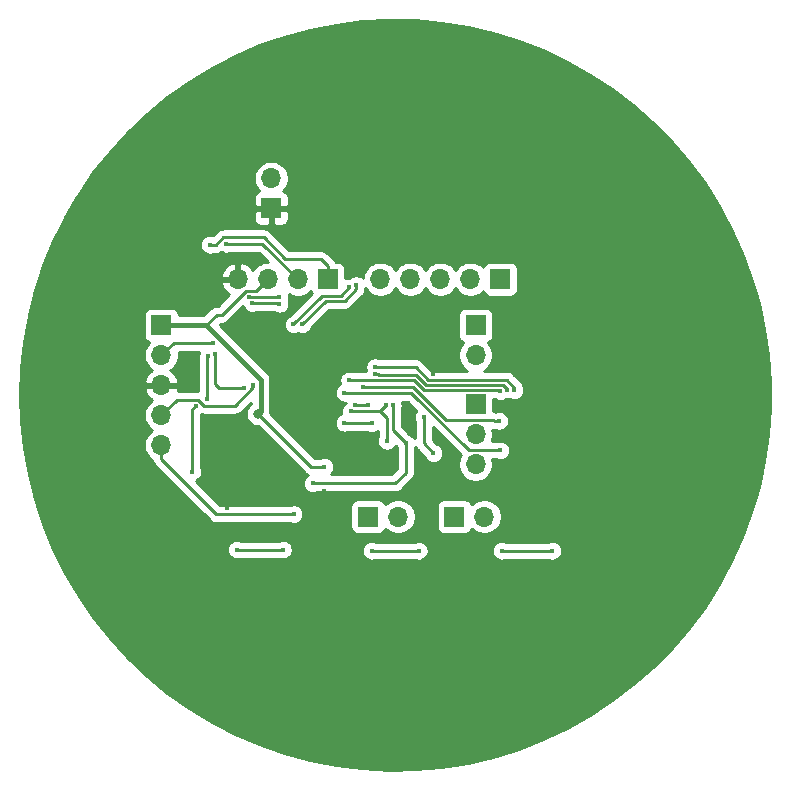
<source format=gbr>
G04 #@! TF.GenerationSoftware,KiCad,Pcbnew,(5.1.5)-3*
G04 #@! TF.CreationDate,2020-09-27T16:34:20-04:00*
G04 #@! TF.ProjectId,LED-Driver-STM,4c45442d-4472-4697-9665-722d53544d2e,rev?*
G04 #@! TF.SameCoordinates,Original*
G04 #@! TF.FileFunction,Copper,L2,Bot*
G04 #@! TF.FilePolarity,Positive*
%FSLAX46Y46*%
G04 Gerber Fmt 4.6, Leading zero omitted, Abs format (unit mm)*
G04 Created by KiCad (PCBNEW (5.1.5)-3) date 2020-09-27 16:34:20*
%MOMM*%
%LPD*%
G04 APERTURE LIST*
%ADD10O,1.700000X1.700000*%
%ADD11R,1.700000X1.700000*%
%ADD12C,0.400000*%
%ADD13C,0.800000*%
%ADD14C,0.250000*%
%ADD15C,0.400000*%
%ADD16C,0.254000*%
G04 APERTURE END LIST*
D10*
X127700000Y-126880000D03*
X127700000Y-124340000D03*
D11*
X127700000Y-121800000D03*
D10*
X127700000Y-117640000D03*
D11*
X127700000Y-115100000D03*
D10*
X128440000Y-131300000D03*
D11*
X125900000Y-131300000D03*
D10*
X121140000Y-131300000D03*
D11*
X118600000Y-131300000D03*
D10*
X101100000Y-125260000D03*
X101100000Y-122720000D03*
X101100000Y-120180000D03*
X101100000Y-117640000D03*
D11*
X101100000Y-115100000D03*
D10*
X110400000Y-102660000D03*
D11*
X110400000Y-105200000D03*
D10*
X119640000Y-111200000D03*
X122180000Y-111200000D03*
X124720000Y-111200000D03*
X127260000Y-111200000D03*
D11*
X129800000Y-111200000D03*
D10*
X107580000Y-111200000D03*
X110120000Y-111200000D03*
X112660000Y-111200000D03*
D11*
X115200000Y-111200000D03*
D12*
X109300000Y-129000000D03*
X108300000Y-130100000D03*
D13*
X119000000Y-138000000D03*
X122600000Y-138000000D03*
X130200000Y-137900000D03*
X133800000Y-137900000D03*
X131600000Y-99600000D03*
X137700000Y-103900000D03*
X142000000Y-110100000D03*
X144500000Y-117200000D03*
X144500000Y-124700000D03*
X142200000Y-131700000D03*
X137900000Y-137900000D03*
X131900000Y-142300000D03*
X124800000Y-144600000D03*
X117500000Y-144600000D03*
X110300000Y-142400000D03*
X104100000Y-138100000D03*
X107700000Y-137900000D03*
X111300000Y-137900000D03*
X99700000Y-132000000D03*
X97400000Y-124900000D03*
X97400000Y-117500000D03*
X99500000Y-110500000D03*
X103900000Y-104300000D03*
X109900000Y-99900000D03*
X116900000Y-97600000D03*
X124400000Y-97300000D03*
X119600000Y-102800000D03*
X118300000Y-102800000D03*
X119600000Y-102000000D03*
X118300000Y-102000000D03*
X113800000Y-107600000D03*
X115900000Y-107500000D03*
X129200000Y-107800000D03*
D12*
X110900000Y-130100000D03*
X106700000Y-130600000D03*
X111800000Y-123600000D03*
X108000000Y-122900000D03*
X114000000Y-118400000D03*
X119300000Y-125000000D03*
X122000000Y-123600000D03*
X120700000Y-127100000D03*
X124600000Y-127300000D03*
X114900000Y-129100000D03*
X106700000Y-125100000D03*
X124059552Y-119199979D03*
X117000000Y-116400000D03*
X124100000Y-116362500D03*
X118900000Y-134200000D03*
X122900000Y-134200000D03*
X112300000Y-131100000D03*
X111400000Y-134100000D03*
X107500000Y-134100000D03*
X103700000Y-127500000D03*
X104000000Y-121924980D03*
X129900000Y-134200000D03*
X134200000Y-134200000D03*
X121818449Y-125100011D03*
X120700000Y-121900000D03*
X113915000Y-128500000D03*
D13*
X109300000Y-122600000D03*
D12*
X114900000Y-127100000D03*
X124134616Y-125934616D03*
X123304858Y-122904858D03*
X108500000Y-112700000D03*
X111100733Y-112700733D03*
X108808698Y-113225000D03*
X111099632Y-113300734D03*
X108900000Y-120200000D03*
X105476313Y-116589559D03*
X116600000Y-120825000D03*
X129800000Y-125700000D03*
X118200000Y-120300000D03*
X129700000Y-123200000D03*
X117000000Y-119775000D03*
X129800000Y-120700000D03*
X119200000Y-119250000D03*
X130382087Y-120554479D03*
X119200000Y-118649997D03*
X131000000Y-120600000D03*
X113015988Y-115041759D03*
X117600000Y-111700000D03*
X112282256Y-115033027D03*
X117000000Y-111900000D03*
X104984517Y-121384497D03*
X105057642Y-117742358D03*
X105200000Y-108285000D03*
X105672145Y-117527855D03*
X108100000Y-120400000D03*
X106600000Y-108200000D03*
X118625000Y-121875000D03*
X117516268Y-121875000D03*
X117124990Y-122400000D03*
X120100000Y-121900000D03*
X120200000Y-124900000D03*
X116600000Y-123375000D03*
X118900000Y-123400000D03*
D14*
X124059552Y-118917137D02*
X124200000Y-118776689D01*
X124059552Y-119199979D02*
X124059552Y-118917137D01*
X118900000Y-134200000D02*
X122900000Y-134200000D01*
X105762920Y-131125001D02*
X111374999Y-131125001D01*
X101100000Y-125260000D02*
X101100000Y-126462081D01*
X101100000Y-126462081D02*
X105762920Y-131125001D01*
X111374999Y-131125001D02*
X111400000Y-131100000D01*
X111400000Y-131100000D02*
X112300000Y-131100000D01*
X111400000Y-134100000D02*
X107500000Y-134100000D01*
X103700000Y-127500000D02*
X103700000Y-122224980D01*
X103700000Y-122224980D02*
X104000000Y-121924980D01*
X129900000Y-134200000D02*
X134200000Y-134200000D01*
X121818449Y-125100011D02*
X120700000Y-123981562D01*
X120700000Y-123981562D02*
X120700000Y-121900000D01*
X121818449Y-127581551D02*
X121818449Y-125100011D01*
X113915000Y-128500000D02*
X120900000Y-128500000D01*
X120900000Y-128500000D02*
X121818449Y-127581551D01*
D15*
X109500001Y-122399999D02*
X109300000Y-122600000D01*
X109500001Y-119725245D02*
X109500001Y-122399999D01*
X101100000Y-115100000D02*
X104874756Y-115100000D01*
D14*
X105777002Y-114222998D02*
X104900000Y-115100000D01*
X106200000Y-114222998D02*
X105777002Y-114222998D01*
D15*
X104900000Y-115100000D02*
X109500001Y-119725245D01*
X104874756Y-115100000D02*
X104900000Y-115100000D01*
D14*
X109145001Y-112174999D02*
X108247999Y-112174999D01*
X110120000Y-111200000D02*
X109145001Y-112174999D01*
X108247999Y-112174999D02*
X106200000Y-114222998D01*
X113800000Y-127100000D02*
X109300000Y-122600000D01*
X114900000Y-127100000D02*
X113800000Y-127100000D01*
X124134616Y-125934616D02*
X123304858Y-125104858D01*
X123304858Y-125104858D02*
X123304858Y-122904858D01*
X108500000Y-112700000D02*
X111100000Y-112700000D01*
X111100000Y-112700000D02*
X111100733Y-112700733D01*
X108808698Y-113225000D02*
X111023898Y-113225000D01*
X111023898Y-113225000D02*
X111099632Y-113300734D01*
X101100000Y-122720000D02*
X102320000Y-121500000D01*
X108900000Y-120377002D02*
X108900000Y-120200000D01*
X102420021Y-121399979D02*
X104222997Y-121399979D01*
X104222997Y-121399979D02*
X104732516Y-121909498D01*
X102320000Y-121500000D02*
X102420021Y-121399979D01*
X104732516Y-121909498D02*
X107367504Y-121909498D01*
X107367504Y-121909498D02*
X108900000Y-120377002D01*
X102150441Y-116589559D02*
X101100000Y-117640000D01*
X105476313Y-116589559D02*
X102150441Y-116589559D01*
X122256000Y-120825000D02*
X127131000Y-125700000D01*
X116600000Y-120825000D02*
X122256000Y-120825000D01*
X127131000Y-125700000D02*
X129800000Y-125700000D01*
X118200000Y-120300000D02*
X122367410Y-120300000D01*
X125232409Y-123164999D02*
X129264999Y-123164999D01*
X122367410Y-120300000D02*
X125232409Y-123164999D01*
X129264999Y-123164999D02*
X129300000Y-123200000D01*
X129300000Y-123200000D02*
X129700000Y-123200000D01*
X117000000Y-119775000D02*
X122478820Y-119775000D01*
X122478820Y-119775000D02*
X123328819Y-120624999D01*
X123328819Y-120624999D02*
X129724999Y-120624999D01*
X129724999Y-120624999D02*
X129800000Y-120700000D01*
X119557832Y-119324990D02*
X122665221Y-119324991D01*
X119200000Y-119250000D02*
X119482842Y-119250000D01*
X119482842Y-119250000D02*
X119557832Y-119324990D01*
X122665221Y-119324991D02*
X123515219Y-120174989D01*
X130382087Y-120505085D02*
X130382087Y-120554479D01*
X123515219Y-120174989D02*
X130051991Y-120174989D01*
X130051991Y-120174989D02*
X130382087Y-120505085D01*
X119200000Y-118649997D02*
X122626637Y-118649997D01*
X123701619Y-119724979D02*
X130238391Y-119724979D01*
X122626637Y-118649997D02*
X123701619Y-119724979D01*
X131000000Y-120395390D02*
X131000000Y-120600000D01*
X130238391Y-119724979D02*
X130329589Y-119724979D01*
X130329589Y-119724979D02*
X131000000Y-120395390D01*
X113015988Y-115041759D02*
X115007737Y-113050010D01*
X115007737Y-113050010D02*
X116626992Y-113050010D01*
X117600000Y-112077002D02*
X117600000Y-111700000D01*
X116626992Y-113050010D02*
X117600000Y-112077002D01*
X112282256Y-115033027D02*
X114715283Y-112600000D01*
X114715283Y-112600000D02*
X116300000Y-112600000D01*
X116300000Y-112600000D02*
X117000000Y-111900000D01*
X104984517Y-121384497D02*
X104984517Y-117815483D01*
X104984517Y-117815483D02*
X105057642Y-117742358D01*
X106347999Y-107674999D02*
X109771409Y-107674999D01*
X105200000Y-108285000D02*
X105737998Y-108285000D01*
X105737998Y-108285000D02*
X106347999Y-107674999D01*
X109771409Y-107674999D02*
X111596410Y-109500000D01*
X115200000Y-110100000D02*
X115200000Y-111200000D01*
X114600000Y-109500000D02*
X115200000Y-110100000D01*
X111596410Y-109500000D02*
X114600000Y-109500000D01*
X105600000Y-117600000D02*
X105672145Y-117527855D01*
X105672145Y-117810697D02*
X105672145Y-117527855D01*
X106000000Y-120400000D02*
X105672145Y-120072145D01*
X105672145Y-120072145D02*
X105672145Y-117810697D01*
X108100000Y-120400000D02*
X106000000Y-120400000D01*
X109660000Y-108200000D02*
X112660000Y-111200000D01*
X106600000Y-108200000D02*
X109660000Y-108200000D01*
X118625000Y-121875000D02*
X117516268Y-121875000D01*
X117124990Y-122400000D02*
X119400000Y-122400000D01*
X119400000Y-122400000D02*
X119600000Y-122400000D01*
X119600000Y-122400000D02*
X120100000Y-121900000D01*
X120200000Y-123000000D02*
X119600000Y-122400000D01*
X120200000Y-124900000D02*
X120200000Y-123000000D01*
X116600000Y-123375000D02*
X118875000Y-123375000D01*
X118875000Y-123375000D02*
X118900000Y-123400000D01*
D16*
G36*
X122579790Y-89304481D02*
G01*
X124811375Y-89501925D01*
X127023473Y-89856290D01*
X129205065Y-90365812D01*
X131345281Y-91027951D01*
X133433459Y-91839410D01*
X135459196Y-92796146D01*
X137412400Y-93893391D01*
X139283340Y-95125681D01*
X141062695Y-96486875D01*
X142741601Y-97970192D01*
X144311693Y-99568242D01*
X145765149Y-101273064D01*
X147094728Y-103076165D01*
X148293806Y-104968562D01*
X149356410Y-106940827D01*
X150277245Y-108983133D01*
X151051724Y-111085307D01*
X151675989Y-113236876D01*
X152146930Y-115427120D01*
X152462199Y-117645127D01*
X152620228Y-119879849D01*
X152620228Y-122120151D01*
X152462199Y-124354873D01*
X152146930Y-126572880D01*
X151675989Y-128763124D01*
X151051724Y-130914693D01*
X150277245Y-133016867D01*
X149356410Y-135059173D01*
X148293806Y-137031438D01*
X147094728Y-138923835D01*
X145765149Y-140726936D01*
X144311693Y-142431758D01*
X142741601Y-144029808D01*
X141062695Y-145513125D01*
X139283340Y-146874319D01*
X137412400Y-148106609D01*
X135459196Y-149203854D01*
X133433459Y-150160590D01*
X131345281Y-150972049D01*
X129205065Y-151634188D01*
X127023473Y-152143710D01*
X124811375Y-152498075D01*
X122579790Y-152695519D01*
X120339837Y-152735057D01*
X118102675Y-152616492D01*
X115879448Y-152340416D01*
X113681234Y-151908203D01*
X111518983Y-151322007D01*
X109403468Y-150584749D01*
X107345229Y-149700101D01*
X105354518Y-148672470D01*
X103441254Y-147506976D01*
X101614969Y-146209426D01*
X99884761Y-144786284D01*
X98259249Y-143244640D01*
X96746533Y-141592174D01*
X95354148Y-139837119D01*
X94089032Y-137988219D01*
X92957486Y-136054684D01*
X91965148Y-134046147D01*
X91953537Y-134017760D01*
X106665000Y-134017760D01*
X106665000Y-134182240D01*
X106697089Y-134343560D01*
X106760033Y-134495521D01*
X106851413Y-134632281D01*
X106967719Y-134748587D01*
X107104479Y-134839967D01*
X107256440Y-134902911D01*
X107417760Y-134935000D01*
X107582240Y-134935000D01*
X107743560Y-134902911D01*
X107847157Y-134860000D01*
X111052843Y-134860000D01*
X111156440Y-134902911D01*
X111317760Y-134935000D01*
X111482240Y-134935000D01*
X111643560Y-134902911D01*
X111795521Y-134839967D01*
X111932281Y-134748587D01*
X112048587Y-134632281D01*
X112139967Y-134495521D01*
X112202911Y-134343560D01*
X112235000Y-134182240D01*
X112235000Y-134117760D01*
X118065000Y-134117760D01*
X118065000Y-134282240D01*
X118097089Y-134443560D01*
X118160033Y-134595521D01*
X118251413Y-134732281D01*
X118367719Y-134848587D01*
X118504479Y-134939967D01*
X118656440Y-135002911D01*
X118817760Y-135035000D01*
X118982240Y-135035000D01*
X119143560Y-135002911D01*
X119247157Y-134960000D01*
X122552843Y-134960000D01*
X122656440Y-135002911D01*
X122817760Y-135035000D01*
X122982240Y-135035000D01*
X123143560Y-135002911D01*
X123295521Y-134939967D01*
X123432281Y-134848587D01*
X123548587Y-134732281D01*
X123639967Y-134595521D01*
X123702911Y-134443560D01*
X123735000Y-134282240D01*
X123735000Y-134117760D01*
X129065000Y-134117760D01*
X129065000Y-134282240D01*
X129097089Y-134443560D01*
X129160033Y-134595521D01*
X129251413Y-134732281D01*
X129367719Y-134848587D01*
X129504479Y-134939967D01*
X129656440Y-135002911D01*
X129817760Y-135035000D01*
X129982240Y-135035000D01*
X130143560Y-135002911D01*
X130247157Y-134960000D01*
X133852843Y-134960000D01*
X133956440Y-135002911D01*
X134117760Y-135035000D01*
X134282240Y-135035000D01*
X134443560Y-135002911D01*
X134595521Y-134939967D01*
X134732281Y-134848587D01*
X134848587Y-134732281D01*
X134939967Y-134595521D01*
X135002911Y-134443560D01*
X135035000Y-134282240D01*
X135035000Y-134117760D01*
X135002911Y-133956440D01*
X134939967Y-133804479D01*
X134848587Y-133667719D01*
X134732281Y-133551413D01*
X134595521Y-133460033D01*
X134443560Y-133397089D01*
X134282240Y-133365000D01*
X134117760Y-133365000D01*
X133956440Y-133397089D01*
X133852843Y-133440000D01*
X130247157Y-133440000D01*
X130143560Y-133397089D01*
X129982240Y-133365000D01*
X129817760Y-133365000D01*
X129656440Y-133397089D01*
X129504479Y-133460033D01*
X129367719Y-133551413D01*
X129251413Y-133667719D01*
X129160033Y-133804479D01*
X129097089Y-133956440D01*
X129065000Y-134117760D01*
X123735000Y-134117760D01*
X123702911Y-133956440D01*
X123639967Y-133804479D01*
X123548587Y-133667719D01*
X123432281Y-133551413D01*
X123295521Y-133460033D01*
X123143560Y-133397089D01*
X122982240Y-133365000D01*
X122817760Y-133365000D01*
X122656440Y-133397089D01*
X122552843Y-133440000D01*
X119247157Y-133440000D01*
X119143560Y-133397089D01*
X118982240Y-133365000D01*
X118817760Y-133365000D01*
X118656440Y-133397089D01*
X118504479Y-133460033D01*
X118367719Y-133551413D01*
X118251413Y-133667719D01*
X118160033Y-133804479D01*
X118097089Y-133956440D01*
X118065000Y-134117760D01*
X112235000Y-134117760D01*
X112235000Y-134017760D01*
X112202911Y-133856440D01*
X112139967Y-133704479D01*
X112048587Y-133567719D01*
X111932281Y-133451413D01*
X111795521Y-133360033D01*
X111643560Y-133297089D01*
X111482240Y-133265000D01*
X111317760Y-133265000D01*
X111156440Y-133297089D01*
X111052843Y-133340000D01*
X107847157Y-133340000D01*
X107743560Y-133297089D01*
X107582240Y-133265000D01*
X107417760Y-133265000D01*
X107256440Y-133297089D01*
X107104479Y-133360033D01*
X106967719Y-133451413D01*
X106851413Y-133567719D01*
X106760033Y-133704479D01*
X106697089Y-133856440D01*
X106665000Y-134017760D01*
X91953537Y-134017760D01*
X91116963Y-131972615D01*
X90417155Y-129844418D01*
X89869210Y-127672159D01*
X89475860Y-125466659D01*
X89239064Y-123238907D01*
X89160000Y-121000000D01*
X89239064Y-118761093D01*
X89475860Y-116533341D01*
X89869210Y-114327841D01*
X89888845Y-114250000D01*
X99611928Y-114250000D01*
X99611928Y-115950000D01*
X99624188Y-116074482D01*
X99660498Y-116194180D01*
X99719463Y-116304494D01*
X99798815Y-116401185D01*
X99895506Y-116480537D01*
X100005820Y-116539502D01*
X100078380Y-116561513D01*
X99946525Y-116693368D01*
X99784010Y-116936589D01*
X99672068Y-117206842D01*
X99615000Y-117493740D01*
X99615000Y-117786260D01*
X99672068Y-118073158D01*
X99784010Y-118343411D01*
X99946525Y-118586632D01*
X100153368Y-118793475D01*
X100335534Y-118915195D01*
X100218645Y-118984822D01*
X100002412Y-119179731D01*
X99828359Y-119413080D01*
X99703175Y-119675901D01*
X99658524Y-119823110D01*
X99779845Y-120053000D01*
X100973000Y-120053000D01*
X100973000Y-120033000D01*
X101227000Y-120033000D01*
X101227000Y-120053000D01*
X102420155Y-120053000D01*
X102541476Y-119823110D01*
X102496825Y-119675901D01*
X102371641Y-119413080D01*
X102197588Y-119179731D01*
X101981355Y-118984822D01*
X101864466Y-118915195D01*
X102046632Y-118793475D01*
X102253475Y-118586632D01*
X102415990Y-118343411D01*
X102527932Y-118073158D01*
X102585000Y-117786260D01*
X102585000Y-117493740D01*
X102556320Y-117349559D01*
X104316548Y-117349559D01*
X104254731Y-117498798D01*
X104222642Y-117660118D01*
X104222642Y-117797197D01*
X104220841Y-117815483D01*
X104224518Y-117852815D01*
X104224517Y-120636453D01*
X104222997Y-120636303D01*
X104185675Y-120639979D01*
X102510207Y-120639979D01*
X102541476Y-120536890D01*
X102420155Y-120307000D01*
X101227000Y-120307000D01*
X101227000Y-120327000D01*
X100973000Y-120327000D01*
X100973000Y-120307000D01*
X99779845Y-120307000D01*
X99658524Y-120536890D01*
X99703175Y-120684099D01*
X99828359Y-120946920D01*
X100002412Y-121180269D01*
X100218645Y-121375178D01*
X100335534Y-121444805D01*
X100153368Y-121566525D01*
X99946525Y-121773368D01*
X99784010Y-122016589D01*
X99672068Y-122286842D01*
X99615000Y-122573740D01*
X99615000Y-122866260D01*
X99672068Y-123153158D01*
X99784010Y-123423411D01*
X99946525Y-123666632D01*
X100153368Y-123873475D01*
X100327760Y-123990000D01*
X100153368Y-124106525D01*
X99946525Y-124313368D01*
X99784010Y-124556589D01*
X99672068Y-124826842D01*
X99615000Y-125113740D01*
X99615000Y-125406260D01*
X99672068Y-125693158D01*
X99784010Y-125963411D01*
X99946525Y-126206632D01*
X100153368Y-126413475D01*
X100344088Y-126540910D01*
X100350998Y-126611066D01*
X100394454Y-126754327D01*
X100465026Y-126886357D01*
X100531799Y-126967719D01*
X100560000Y-127002082D01*
X100588998Y-127025880D01*
X105199121Y-131636004D01*
X105222919Y-131665002D01*
X105338644Y-131759975D01*
X105470673Y-131830547D01*
X105613934Y-131874004D01*
X105725587Y-131885001D01*
X105725595Y-131885001D01*
X105762920Y-131888677D01*
X105800245Y-131885001D01*
X111337677Y-131885001D01*
X111374999Y-131888677D01*
X111412321Y-131885001D01*
X111412332Y-131885001D01*
X111523985Y-131874004D01*
X111570151Y-131860000D01*
X111952843Y-131860000D01*
X112056440Y-131902911D01*
X112217760Y-131935000D01*
X112382240Y-131935000D01*
X112543560Y-131902911D01*
X112695521Y-131839967D01*
X112832281Y-131748587D01*
X112948587Y-131632281D01*
X113039967Y-131495521D01*
X113102911Y-131343560D01*
X113135000Y-131182240D01*
X113135000Y-131017760D01*
X113102911Y-130856440D01*
X113039967Y-130704479D01*
X112948587Y-130567719D01*
X112832281Y-130451413D01*
X112830167Y-130450000D01*
X117111928Y-130450000D01*
X117111928Y-132150000D01*
X117124188Y-132274482D01*
X117160498Y-132394180D01*
X117219463Y-132504494D01*
X117298815Y-132601185D01*
X117395506Y-132680537D01*
X117505820Y-132739502D01*
X117625518Y-132775812D01*
X117750000Y-132788072D01*
X119450000Y-132788072D01*
X119574482Y-132775812D01*
X119694180Y-132739502D01*
X119804494Y-132680537D01*
X119901185Y-132601185D01*
X119980537Y-132504494D01*
X120039502Y-132394180D01*
X120061513Y-132321620D01*
X120193368Y-132453475D01*
X120436589Y-132615990D01*
X120706842Y-132727932D01*
X120993740Y-132785000D01*
X121286260Y-132785000D01*
X121573158Y-132727932D01*
X121843411Y-132615990D01*
X122086632Y-132453475D01*
X122293475Y-132246632D01*
X122455990Y-132003411D01*
X122567932Y-131733158D01*
X122625000Y-131446260D01*
X122625000Y-131153740D01*
X122567932Y-130866842D01*
X122455990Y-130596589D01*
X122358043Y-130450000D01*
X124411928Y-130450000D01*
X124411928Y-132150000D01*
X124424188Y-132274482D01*
X124460498Y-132394180D01*
X124519463Y-132504494D01*
X124598815Y-132601185D01*
X124695506Y-132680537D01*
X124805820Y-132739502D01*
X124925518Y-132775812D01*
X125050000Y-132788072D01*
X126750000Y-132788072D01*
X126874482Y-132775812D01*
X126994180Y-132739502D01*
X127104494Y-132680537D01*
X127201185Y-132601185D01*
X127280537Y-132504494D01*
X127339502Y-132394180D01*
X127361513Y-132321620D01*
X127493368Y-132453475D01*
X127736589Y-132615990D01*
X128006842Y-132727932D01*
X128293740Y-132785000D01*
X128586260Y-132785000D01*
X128873158Y-132727932D01*
X129143411Y-132615990D01*
X129386632Y-132453475D01*
X129593475Y-132246632D01*
X129755990Y-132003411D01*
X129867932Y-131733158D01*
X129925000Y-131446260D01*
X129925000Y-131153740D01*
X129867932Y-130866842D01*
X129755990Y-130596589D01*
X129593475Y-130353368D01*
X129386632Y-130146525D01*
X129143411Y-129984010D01*
X128873158Y-129872068D01*
X128586260Y-129815000D01*
X128293740Y-129815000D01*
X128006842Y-129872068D01*
X127736589Y-129984010D01*
X127493368Y-130146525D01*
X127361513Y-130278380D01*
X127339502Y-130205820D01*
X127280537Y-130095506D01*
X127201185Y-129998815D01*
X127104494Y-129919463D01*
X126994180Y-129860498D01*
X126874482Y-129824188D01*
X126750000Y-129811928D01*
X125050000Y-129811928D01*
X124925518Y-129824188D01*
X124805820Y-129860498D01*
X124695506Y-129919463D01*
X124598815Y-129998815D01*
X124519463Y-130095506D01*
X124460498Y-130205820D01*
X124424188Y-130325518D01*
X124411928Y-130450000D01*
X122358043Y-130450000D01*
X122293475Y-130353368D01*
X122086632Y-130146525D01*
X121843411Y-129984010D01*
X121573158Y-129872068D01*
X121286260Y-129815000D01*
X120993740Y-129815000D01*
X120706842Y-129872068D01*
X120436589Y-129984010D01*
X120193368Y-130146525D01*
X120061513Y-130278380D01*
X120039502Y-130205820D01*
X119980537Y-130095506D01*
X119901185Y-129998815D01*
X119804494Y-129919463D01*
X119694180Y-129860498D01*
X119574482Y-129824188D01*
X119450000Y-129811928D01*
X117750000Y-129811928D01*
X117625518Y-129824188D01*
X117505820Y-129860498D01*
X117395506Y-129919463D01*
X117298815Y-129998815D01*
X117219463Y-130095506D01*
X117160498Y-130205820D01*
X117124188Y-130325518D01*
X117111928Y-130450000D01*
X112830167Y-130450000D01*
X112695521Y-130360033D01*
X112543560Y-130297089D01*
X112382240Y-130265000D01*
X112217760Y-130265000D01*
X112056440Y-130297089D01*
X111952843Y-130340000D01*
X111437325Y-130340000D01*
X111400000Y-130336324D01*
X111362675Y-130340000D01*
X111362667Y-130340000D01*
X111251014Y-130350997D01*
X111204848Y-130365001D01*
X106077722Y-130365001D01*
X103994522Y-128281802D01*
X104095521Y-128239967D01*
X104232281Y-128148587D01*
X104348587Y-128032281D01*
X104439967Y-127895521D01*
X104502911Y-127743560D01*
X104535000Y-127582240D01*
X104535000Y-127417760D01*
X104502911Y-127256440D01*
X104460000Y-127152843D01*
X104460000Y-122621864D01*
X104460859Y-122621290D01*
X104583530Y-122658501D01*
X104695183Y-122669498D01*
X104695191Y-122669498D01*
X104732516Y-122673174D01*
X104769841Y-122669498D01*
X107330182Y-122669498D01*
X107367504Y-122673174D01*
X107404826Y-122669498D01*
X107404837Y-122669498D01*
X107516490Y-122658501D01*
X107659751Y-122615044D01*
X107791780Y-122544472D01*
X107907505Y-122449499D01*
X107931308Y-122420495D01*
X108665002Y-121686802D01*
X108665002Y-121779508D01*
X108640226Y-121796063D01*
X108496063Y-121940226D01*
X108382795Y-122109744D01*
X108304774Y-122298102D01*
X108265000Y-122498061D01*
X108265000Y-122701939D01*
X108304774Y-122901898D01*
X108382795Y-123090256D01*
X108496063Y-123259774D01*
X108640226Y-123403937D01*
X108809744Y-123517205D01*
X108998102Y-123595226D01*
X109198061Y-123635000D01*
X109260199Y-123635000D01*
X113236201Y-127611003D01*
X113259999Y-127640001D01*
X113288997Y-127663799D01*
X113375723Y-127734974D01*
X113476425Y-127788801D01*
X113382719Y-127851413D01*
X113266413Y-127967719D01*
X113175033Y-128104479D01*
X113112089Y-128256440D01*
X113080000Y-128417760D01*
X113080000Y-128582240D01*
X113112089Y-128743560D01*
X113175033Y-128895521D01*
X113266413Y-129032281D01*
X113382719Y-129148587D01*
X113519479Y-129239967D01*
X113671440Y-129302911D01*
X113832760Y-129335000D01*
X113997240Y-129335000D01*
X114158560Y-129302911D01*
X114262157Y-129260000D01*
X120862678Y-129260000D01*
X120900000Y-129263676D01*
X120937322Y-129260000D01*
X120937333Y-129260000D01*
X121048986Y-129249003D01*
X121192247Y-129205546D01*
X121324276Y-129134974D01*
X121440001Y-129040001D01*
X121463803Y-129010998D01*
X122329453Y-128145349D01*
X122358450Y-128121552D01*
X122396060Y-128075724D01*
X122453423Y-128005828D01*
X122523995Y-127873798D01*
X122527065Y-127863676D01*
X122567452Y-127730537D01*
X122578449Y-127618884D01*
X122578449Y-127618875D01*
X122582125Y-127581552D01*
X122578449Y-127544229D01*
X122578449Y-125447168D01*
X122599259Y-125396928D01*
X122599312Y-125397104D01*
X122669884Y-125529134D01*
X122709729Y-125577684D01*
X122764857Y-125644859D01*
X122793860Y-125668661D01*
X123351738Y-126226539D01*
X123394649Y-126330137D01*
X123486029Y-126466897D01*
X123602335Y-126583203D01*
X123739095Y-126674583D01*
X123891056Y-126737527D01*
X124052376Y-126769616D01*
X124216856Y-126769616D01*
X124378176Y-126737527D01*
X124530137Y-126674583D01*
X124666897Y-126583203D01*
X124783203Y-126466897D01*
X124874583Y-126330137D01*
X124937527Y-126178176D01*
X124969616Y-126016856D01*
X124969616Y-125852376D01*
X124937527Y-125691056D01*
X124874583Y-125539095D01*
X124783203Y-125402335D01*
X124666897Y-125286029D01*
X124530137Y-125194649D01*
X124426539Y-125151738D01*
X124064858Y-124790057D01*
X124064858Y-123708659D01*
X126443602Y-126087404D01*
X126384010Y-126176589D01*
X126272068Y-126446842D01*
X126215000Y-126733740D01*
X126215000Y-127026260D01*
X126272068Y-127313158D01*
X126384010Y-127583411D01*
X126546525Y-127826632D01*
X126753368Y-128033475D01*
X126996589Y-128195990D01*
X127266842Y-128307932D01*
X127553740Y-128365000D01*
X127846260Y-128365000D01*
X128133158Y-128307932D01*
X128403411Y-128195990D01*
X128646632Y-128033475D01*
X128853475Y-127826632D01*
X129015990Y-127583411D01*
X129127932Y-127313158D01*
X129185000Y-127026260D01*
X129185000Y-126733740D01*
X129130549Y-126460000D01*
X129452843Y-126460000D01*
X129556440Y-126502911D01*
X129717760Y-126535000D01*
X129882240Y-126535000D01*
X130043560Y-126502911D01*
X130195521Y-126439967D01*
X130332281Y-126348587D01*
X130448587Y-126232281D01*
X130539967Y-126095521D01*
X130602911Y-125943560D01*
X130635000Y-125782240D01*
X130635000Y-125617760D01*
X130602911Y-125456440D01*
X130539967Y-125304479D01*
X130448587Y-125167719D01*
X130332281Y-125051413D01*
X130195521Y-124960033D01*
X130043560Y-124897089D01*
X129882240Y-124865000D01*
X129717760Y-124865000D01*
X129556440Y-124897089D01*
X129452843Y-124940000D01*
X129058824Y-124940000D01*
X129127932Y-124773158D01*
X129185000Y-124486260D01*
X129185000Y-124193740D01*
X129135375Y-123944259D01*
X129151014Y-123949003D01*
X129262667Y-123960000D01*
X129262678Y-123960000D01*
X129300000Y-123963676D01*
X129337323Y-123960000D01*
X129352843Y-123960000D01*
X129456440Y-124002911D01*
X129617760Y-124035000D01*
X129782240Y-124035000D01*
X129943560Y-124002911D01*
X130095521Y-123939967D01*
X130232281Y-123848587D01*
X130348587Y-123732281D01*
X130439967Y-123595521D01*
X130502911Y-123443560D01*
X130535000Y-123282240D01*
X130535000Y-123117760D01*
X130502911Y-122956440D01*
X130439967Y-122804479D01*
X130348587Y-122667719D01*
X130232281Y-122551413D01*
X130095521Y-122460033D01*
X129943560Y-122397089D01*
X129782240Y-122365000D01*
X129617760Y-122365000D01*
X129456440Y-122397089D01*
X129411407Y-122415742D01*
X129302332Y-122404999D01*
X129302321Y-122404999D01*
X129264999Y-122401323D01*
X129227677Y-122404999D01*
X129188072Y-122404999D01*
X129188072Y-121384999D01*
X129322213Y-121384999D01*
X129404479Y-121439967D01*
X129556440Y-121502911D01*
X129717760Y-121535000D01*
X129882240Y-121535000D01*
X130043560Y-121502911D01*
X130195521Y-121439967D01*
X130277681Y-121385070D01*
X130299847Y-121389479D01*
X130464327Y-121389479D01*
X130625647Y-121357390D01*
X130636095Y-121353063D01*
X130756440Y-121402911D01*
X130917760Y-121435000D01*
X131082240Y-121435000D01*
X131243560Y-121402911D01*
X131395521Y-121339967D01*
X131532281Y-121248587D01*
X131648587Y-121132281D01*
X131739967Y-120995521D01*
X131802911Y-120843560D01*
X131835000Y-120682240D01*
X131835000Y-120517760D01*
X131802911Y-120356440D01*
X131739967Y-120204479D01*
X131733224Y-120194388D01*
X131705546Y-120103143D01*
X131634974Y-119971114D01*
X131540001Y-119855389D01*
X131511004Y-119831592D01*
X130893392Y-119213981D01*
X130869590Y-119184978D01*
X130753865Y-119090005D01*
X130621836Y-119019433D01*
X130478575Y-118975976D01*
X130366922Y-118964979D01*
X130366911Y-118964979D01*
X130329589Y-118961303D01*
X130292267Y-118964979D01*
X128381710Y-118964979D01*
X128403411Y-118955990D01*
X128646632Y-118793475D01*
X128853475Y-118586632D01*
X129015990Y-118343411D01*
X129127932Y-118073158D01*
X129185000Y-117786260D01*
X129185000Y-117493740D01*
X129127932Y-117206842D01*
X129015990Y-116936589D01*
X128853475Y-116693368D01*
X128721620Y-116561513D01*
X128794180Y-116539502D01*
X128904494Y-116480537D01*
X129001185Y-116401185D01*
X129080537Y-116304494D01*
X129139502Y-116194180D01*
X129175812Y-116074482D01*
X129188072Y-115950000D01*
X129188072Y-114250000D01*
X129175812Y-114125518D01*
X129139502Y-114005820D01*
X129080537Y-113895506D01*
X129001185Y-113798815D01*
X128904494Y-113719463D01*
X128794180Y-113660498D01*
X128674482Y-113624188D01*
X128550000Y-113611928D01*
X126850000Y-113611928D01*
X126725518Y-113624188D01*
X126605820Y-113660498D01*
X126495506Y-113719463D01*
X126398815Y-113798815D01*
X126319463Y-113895506D01*
X126260498Y-114005820D01*
X126224188Y-114125518D01*
X126211928Y-114250000D01*
X126211928Y-115950000D01*
X126224188Y-116074482D01*
X126260498Y-116194180D01*
X126319463Y-116304494D01*
X126398815Y-116401185D01*
X126495506Y-116480537D01*
X126605820Y-116539502D01*
X126678380Y-116561513D01*
X126546525Y-116693368D01*
X126384010Y-116936589D01*
X126272068Y-117206842D01*
X126215000Y-117493740D01*
X126215000Y-117786260D01*
X126272068Y-118073158D01*
X126384010Y-118343411D01*
X126546525Y-118586632D01*
X126753368Y-118793475D01*
X126996589Y-118955990D01*
X127018290Y-118964979D01*
X124016421Y-118964979D01*
X123190441Y-118138999D01*
X123166638Y-118109996D01*
X123050913Y-118015023D01*
X122918884Y-117944451D01*
X122775623Y-117900994D01*
X122663970Y-117889997D01*
X122663959Y-117889997D01*
X122626637Y-117886321D01*
X122589315Y-117889997D01*
X119547157Y-117889997D01*
X119443560Y-117847086D01*
X119282240Y-117814997D01*
X119117760Y-117814997D01*
X118956440Y-117847086D01*
X118804479Y-117910030D01*
X118667719Y-118001410D01*
X118551413Y-118117716D01*
X118460033Y-118254476D01*
X118397089Y-118406437D01*
X118365000Y-118567757D01*
X118365000Y-118732237D01*
X118397089Y-118893557D01*
X118420468Y-118949998D01*
X118397089Y-119006440D01*
X118395386Y-119015000D01*
X117347157Y-119015000D01*
X117243560Y-118972089D01*
X117082240Y-118940000D01*
X116917760Y-118940000D01*
X116756440Y-118972089D01*
X116604479Y-119035033D01*
X116467719Y-119126413D01*
X116351413Y-119242719D01*
X116260033Y-119379479D01*
X116197089Y-119531440D01*
X116165000Y-119692760D01*
X116165000Y-119857240D01*
X116197089Y-120018560D01*
X116221673Y-120077911D01*
X116204479Y-120085033D01*
X116067719Y-120176413D01*
X115951413Y-120292719D01*
X115860033Y-120429479D01*
X115797089Y-120581440D01*
X115765000Y-120742760D01*
X115765000Y-120907240D01*
X115797089Y-121068560D01*
X115860033Y-121220521D01*
X115951413Y-121357281D01*
X116067719Y-121473587D01*
X116204479Y-121564967D01*
X116356440Y-121627911D01*
X116517760Y-121660000D01*
X116682240Y-121660000D01*
X116708724Y-121654732D01*
X116704328Y-121676832D01*
X116592709Y-121751413D01*
X116476403Y-121867719D01*
X116385023Y-122004479D01*
X116322079Y-122156440D01*
X116289990Y-122317760D01*
X116289990Y-122482240D01*
X116311560Y-122590679D01*
X116204479Y-122635033D01*
X116067719Y-122726413D01*
X115951413Y-122842719D01*
X115860033Y-122979479D01*
X115797089Y-123131440D01*
X115765000Y-123292760D01*
X115765000Y-123457240D01*
X115797089Y-123618560D01*
X115860033Y-123770521D01*
X115951413Y-123907281D01*
X116067719Y-124023587D01*
X116204479Y-124114967D01*
X116356440Y-124177911D01*
X116517760Y-124210000D01*
X116682240Y-124210000D01*
X116843560Y-124177911D01*
X116947157Y-124135000D01*
X118497045Y-124135000D01*
X118504479Y-124139967D01*
X118656440Y-124202911D01*
X118817760Y-124235000D01*
X118982240Y-124235000D01*
X119143560Y-124202911D01*
X119295521Y-124139967D01*
X119432281Y-124048587D01*
X119440000Y-124040868D01*
X119440000Y-124552843D01*
X119397089Y-124656440D01*
X119365000Y-124817760D01*
X119365000Y-124982240D01*
X119397089Y-125143560D01*
X119460033Y-125295521D01*
X119551413Y-125432281D01*
X119667719Y-125548587D01*
X119804479Y-125639967D01*
X119956440Y-125702911D01*
X120117760Y-125735000D01*
X120282240Y-125735000D01*
X120443560Y-125702911D01*
X120595521Y-125639967D01*
X120732281Y-125548587D01*
X120848587Y-125432281D01*
X120939643Y-125296006D01*
X121035571Y-125391934D01*
X121058450Y-125447170D01*
X121058449Y-127266749D01*
X120585199Y-127740000D01*
X115440868Y-127740000D01*
X115548587Y-127632281D01*
X115639967Y-127495521D01*
X115702911Y-127343560D01*
X115735000Y-127182240D01*
X115735000Y-127017760D01*
X115702911Y-126856440D01*
X115639967Y-126704479D01*
X115548587Y-126567719D01*
X115432281Y-126451413D01*
X115295521Y-126360033D01*
X115143560Y-126297089D01*
X114982240Y-126265000D01*
X114817760Y-126265000D01*
X114656440Y-126297089D01*
X114552843Y-126340000D01*
X114114802Y-126340000D01*
X110335000Y-122560199D01*
X110335000Y-122498061D01*
X110331243Y-122479173D01*
X110335001Y-122441018D01*
X110339041Y-122400000D01*
X110335001Y-122358981D01*
X110335001Y-119767399D01*
X110339037Y-119727540D01*
X110335001Y-119685380D01*
X110335001Y-119684226D01*
X110331063Y-119644247D01*
X110323363Y-119563808D01*
X110323032Y-119562707D01*
X110322919Y-119561556D01*
X110299312Y-119483732D01*
X110276048Y-119406280D01*
X110275508Y-119405264D01*
X110275173Y-119404158D01*
X110236898Y-119332551D01*
X110198910Y-119261010D01*
X110198181Y-119260117D01*
X110197637Y-119259099D01*
X110146125Y-119196331D01*
X110120973Y-119165512D01*
X110120168Y-119164703D01*
X110093292Y-119131954D01*
X110062315Y-119106532D01*
X106026366Y-115048435D01*
X106091804Y-114982998D01*
X106162678Y-114982998D01*
X106200000Y-114986674D01*
X106237322Y-114982998D01*
X106237333Y-114982998D01*
X106348986Y-114972001D01*
X106492247Y-114928544D01*
X106624276Y-114857972D01*
X106740001Y-114762999D01*
X106763804Y-114733995D01*
X108012656Y-113485144D01*
X108068731Y-113620521D01*
X108160111Y-113757281D01*
X108276417Y-113873587D01*
X108413177Y-113964967D01*
X108565138Y-114027911D01*
X108726458Y-114060000D01*
X108890938Y-114060000D01*
X109052258Y-114027911D01*
X109155855Y-113985000D01*
X110620748Y-113985000D01*
X110704111Y-114040701D01*
X110856072Y-114103645D01*
X111017392Y-114135734D01*
X111181872Y-114135734D01*
X111343192Y-114103645D01*
X111495153Y-114040701D01*
X111631913Y-113949321D01*
X111748219Y-113833015D01*
X111839599Y-113696255D01*
X111902543Y-113544294D01*
X111934632Y-113382974D01*
X111934632Y-113218494D01*
X111902543Y-113057174D01*
X111879715Y-113002063D01*
X111903644Y-112944293D01*
X111935733Y-112782973D01*
X111935733Y-112618493D01*
X111909021Y-112484206D01*
X111956589Y-112515990D01*
X112226842Y-112627932D01*
X112513740Y-112685000D01*
X112806260Y-112685000D01*
X113093158Y-112627932D01*
X113363411Y-112515990D01*
X113606632Y-112353475D01*
X113738487Y-112221620D01*
X113760498Y-112294180D01*
X113819463Y-112404494D01*
X113826911Y-112413570D01*
X111990334Y-114250148D01*
X111886735Y-114293060D01*
X111749975Y-114384440D01*
X111633669Y-114500746D01*
X111542289Y-114637506D01*
X111479345Y-114789467D01*
X111447256Y-114950787D01*
X111447256Y-115115267D01*
X111479345Y-115276587D01*
X111542289Y-115428548D01*
X111633669Y-115565308D01*
X111749975Y-115681614D01*
X111886735Y-115772994D01*
X112038696Y-115835938D01*
X112200016Y-115868027D01*
X112364496Y-115868027D01*
X112525816Y-115835938D01*
X112638581Y-115789229D01*
X112772428Y-115844670D01*
X112933748Y-115876759D01*
X113098228Y-115876759D01*
X113259548Y-115844670D01*
X113411509Y-115781726D01*
X113548269Y-115690346D01*
X113664575Y-115574040D01*
X113755955Y-115437280D01*
X113798867Y-115333682D01*
X115322540Y-113810010D01*
X116589670Y-113810010D01*
X116626992Y-113813686D01*
X116664314Y-113810010D01*
X116664325Y-113810010D01*
X116775978Y-113799013D01*
X116919239Y-113755556D01*
X117051268Y-113684984D01*
X117166993Y-113590011D01*
X117190796Y-113561008D01*
X118111004Y-112640800D01*
X118140001Y-112617003D01*
X118186153Y-112560767D01*
X118234974Y-112501279D01*
X118305546Y-112369249D01*
X118326246Y-112301008D01*
X118349003Y-112225988D01*
X118360000Y-112114335D01*
X118360000Y-112114326D01*
X118363676Y-112077003D01*
X118360595Y-112045721D01*
X118382983Y-111991670D01*
X118486525Y-112146632D01*
X118693368Y-112353475D01*
X118936589Y-112515990D01*
X119206842Y-112627932D01*
X119493740Y-112685000D01*
X119786260Y-112685000D01*
X120073158Y-112627932D01*
X120343411Y-112515990D01*
X120586632Y-112353475D01*
X120793475Y-112146632D01*
X120910000Y-111972240D01*
X121026525Y-112146632D01*
X121233368Y-112353475D01*
X121476589Y-112515990D01*
X121746842Y-112627932D01*
X122033740Y-112685000D01*
X122326260Y-112685000D01*
X122613158Y-112627932D01*
X122883411Y-112515990D01*
X123126632Y-112353475D01*
X123333475Y-112146632D01*
X123450000Y-111972240D01*
X123566525Y-112146632D01*
X123773368Y-112353475D01*
X124016589Y-112515990D01*
X124286842Y-112627932D01*
X124573740Y-112685000D01*
X124866260Y-112685000D01*
X125153158Y-112627932D01*
X125423411Y-112515990D01*
X125666632Y-112353475D01*
X125873475Y-112146632D01*
X125990000Y-111972240D01*
X126106525Y-112146632D01*
X126313368Y-112353475D01*
X126556589Y-112515990D01*
X126826842Y-112627932D01*
X127113740Y-112685000D01*
X127406260Y-112685000D01*
X127693158Y-112627932D01*
X127963411Y-112515990D01*
X128206632Y-112353475D01*
X128338487Y-112221620D01*
X128360498Y-112294180D01*
X128419463Y-112404494D01*
X128498815Y-112501185D01*
X128595506Y-112580537D01*
X128705820Y-112639502D01*
X128825518Y-112675812D01*
X128950000Y-112688072D01*
X130650000Y-112688072D01*
X130774482Y-112675812D01*
X130894180Y-112639502D01*
X131004494Y-112580537D01*
X131101185Y-112501185D01*
X131180537Y-112404494D01*
X131239502Y-112294180D01*
X131275812Y-112174482D01*
X131288072Y-112050000D01*
X131288072Y-110350000D01*
X131275812Y-110225518D01*
X131239502Y-110105820D01*
X131180537Y-109995506D01*
X131101185Y-109898815D01*
X131004494Y-109819463D01*
X130894180Y-109760498D01*
X130774482Y-109724188D01*
X130650000Y-109711928D01*
X128950000Y-109711928D01*
X128825518Y-109724188D01*
X128705820Y-109760498D01*
X128595506Y-109819463D01*
X128498815Y-109898815D01*
X128419463Y-109995506D01*
X128360498Y-110105820D01*
X128338487Y-110178380D01*
X128206632Y-110046525D01*
X127963411Y-109884010D01*
X127693158Y-109772068D01*
X127406260Y-109715000D01*
X127113740Y-109715000D01*
X126826842Y-109772068D01*
X126556589Y-109884010D01*
X126313368Y-110046525D01*
X126106525Y-110253368D01*
X125990000Y-110427760D01*
X125873475Y-110253368D01*
X125666632Y-110046525D01*
X125423411Y-109884010D01*
X125153158Y-109772068D01*
X124866260Y-109715000D01*
X124573740Y-109715000D01*
X124286842Y-109772068D01*
X124016589Y-109884010D01*
X123773368Y-110046525D01*
X123566525Y-110253368D01*
X123450000Y-110427760D01*
X123333475Y-110253368D01*
X123126632Y-110046525D01*
X122883411Y-109884010D01*
X122613158Y-109772068D01*
X122326260Y-109715000D01*
X122033740Y-109715000D01*
X121746842Y-109772068D01*
X121476589Y-109884010D01*
X121233368Y-110046525D01*
X121026525Y-110253368D01*
X120910000Y-110427760D01*
X120793475Y-110253368D01*
X120586632Y-110046525D01*
X120343411Y-109884010D01*
X120073158Y-109772068D01*
X119786260Y-109715000D01*
X119493740Y-109715000D01*
X119206842Y-109772068D01*
X118936589Y-109884010D01*
X118693368Y-110046525D01*
X118486525Y-110253368D01*
X118324010Y-110496589D01*
X118212068Y-110766842D01*
X118155000Y-111053740D01*
X118155000Y-111074132D01*
X118132281Y-111051413D01*
X117995521Y-110960033D01*
X117843560Y-110897089D01*
X117682240Y-110865000D01*
X117517760Y-110865000D01*
X117356440Y-110897089D01*
X117204479Y-110960033D01*
X117067719Y-111051413D01*
X117054132Y-111065000D01*
X116917760Y-111065000D01*
X116756440Y-111097089D01*
X116688072Y-111125408D01*
X116688072Y-110350000D01*
X116675812Y-110225518D01*
X116639502Y-110105820D01*
X116580537Y-109995506D01*
X116501185Y-109898815D01*
X116404494Y-109819463D01*
X116294180Y-109760498D01*
X116174482Y-109724188D01*
X116050000Y-109711928D01*
X115854326Y-109711928D01*
X115834975Y-109675725D01*
X115834974Y-109675723D01*
X115763799Y-109588997D01*
X115740001Y-109559999D01*
X115711004Y-109536202D01*
X115163803Y-108989002D01*
X115140001Y-108959999D01*
X115024276Y-108865026D01*
X114892247Y-108794454D01*
X114748986Y-108750997D01*
X114637333Y-108740000D01*
X114637322Y-108740000D01*
X114600000Y-108736324D01*
X114562678Y-108740000D01*
X111911212Y-108740000D01*
X110335213Y-107164002D01*
X110311410Y-107134998D01*
X110195685Y-107040025D01*
X110063656Y-106969453D01*
X109920395Y-106925996D01*
X109808742Y-106914999D01*
X109808731Y-106914999D01*
X109771409Y-106911323D01*
X109734087Y-106914999D01*
X106385324Y-106914999D01*
X106347999Y-106911323D01*
X106310674Y-106914999D01*
X106310666Y-106914999D01*
X106199013Y-106925996D01*
X106055752Y-106969453D01*
X105923723Y-107040025D01*
X105807998Y-107134998D01*
X105784199Y-107163997D01*
X105459504Y-107488693D01*
X105443560Y-107482089D01*
X105282240Y-107450000D01*
X105117760Y-107450000D01*
X104956440Y-107482089D01*
X104804479Y-107545033D01*
X104667719Y-107636413D01*
X104551413Y-107752719D01*
X104460033Y-107889479D01*
X104397089Y-108041440D01*
X104365000Y-108202760D01*
X104365000Y-108367240D01*
X104397089Y-108528560D01*
X104460033Y-108680521D01*
X104551413Y-108817281D01*
X104667719Y-108933587D01*
X104804479Y-109024967D01*
X104956440Y-109087911D01*
X105117760Y-109120000D01*
X105282240Y-109120000D01*
X105443560Y-109087911D01*
X105547157Y-109045000D01*
X105700676Y-109045000D01*
X105737998Y-109048676D01*
X105775320Y-109045000D01*
X105775331Y-109045000D01*
X105886984Y-109034003D01*
X106030245Y-108990546D01*
X106162274Y-108919974D01*
X106167787Y-108915450D01*
X106204479Y-108939967D01*
X106356440Y-109002911D01*
X106517760Y-109035000D01*
X106682240Y-109035000D01*
X106843560Y-109002911D01*
X106947157Y-108960000D01*
X109345199Y-108960000D01*
X110100199Y-109715000D01*
X109973740Y-109715000D01*
X109686842Y-109772068D01*
X109416589Y-109884010D01*
X109173368Y-110046525D01*
X108966525Y-110253368D01*
X108844805Y-110435534D01*
X108775178Y-110318645D01*
X108580269Y-110102412D01*
X108346920Y-109928359D01*
X108084099Y-109803175D01*
X107936890Y-109758524D01*
X107707000Y-109879845D01*
X107707000Y-111073000D01*
X107727000Y-111073000D01*
X107727000Y-111327000D01*
X107707000Y-111327000D01*
X107707000Y-111347000D01*
X107453000Y-111347000D01*
X107453000Y-111327000D01*
X106259186Y-111327000D01*
X106138519Y-111556891D01*
X106235843Y-111831252D01*
X106384822Y-112081355D01*
X106579731Y-112297588D01*
X106813080Y-112471641D01*
X106856076Y-112492120D01*
X105885199Y-113462998D01*
X105814324Y-113462998D01*
X105777001Y-113459322D01*
X105739678Y-113462998D01*
X105739669Y-113462998D01*
X105628016Y-113473995D01*
X105530275Y-113503644D01*
X105484755Y-113517452D01*
X105352725Y-113588024D01*
X105313128Y-113620521D01*
X105237001Y-113682997D01*
X105213203Y-113711995D01*
X104660199Y-114265000D01*
X102588072Y-114265000D01*
X102588072Y-114250000D01*
X102575812Y-114125518D01*
X102539502Y-114005820D01*
X102480537Y-113895506D01*
X102401185Y-113798815D01*
X102304494Y-113719463D01*
X102194180Y-113660498D01*
X102074482Y-113624188D01*
X101950000Y-113611928D01*
X100250000Y-113611928D01*
X100125518Y-113624188D01*
X100005820Y-113660498D01*
X99895506Y-113719463D01*
X99798815Y-113798815D01*
X99719463Y-113895506D01*
X99660498Y-114005820D01*
X99624188Y-114125518D01*
X99611928Y-114250000D01*
X89888845Y-114250000D01*
X90417155Y-112155582D01*
X90848731Y-110843109D01*
X106138519Y-110843109D01*
X106259186Y-111073000D01*
X107453000Y-111073000D01*
X107453000Y-109879845D01*
X107223110Y-109758524D01*
X107075901Y-109803175D01*
X106813080Y-109928359D01*
X106579731Y-110102412D01*
X106384822Y-110318645D01*
X106235843Y-110568748D01*
X106138519Y-110843109D01*
X90848731Y-110843109D01*
X91116963Y-110027385D01*
X91965148Y-107953853D01*
X92905765Y-106050000D01*
X108911928Y-106050000D01*
X108924188Y-106174482D01*
X108960498Y-106294180D01*
X109019463Y-106404494D01*
X109098815Y-106501185D01*
X109195506Y-106580537D01*
X109305820Y-106639502D01*
X109425518Y-106675812D01*
X109550000Y-106688072D01*
X110114250Y-106685000D01*
X110273000Y-106526250D01*
X110273000Y-105327000D01*
X110527000Y-105327000D01*
X110527000Y-106526250D01*
X110685750Y-106685000D01*
X111250000Y-106688072D01*
X111374482Y-106675812D01*
X111494180Y-106639502D01*
X111604494Y-106580537D01*
X111701185Y-106501185D01*
X111780537Y-106404494D01*
X111839502Y-106294180D01*
X111875812Y-106174482D01*
X111888072Y-106050000D01*
X111885000Y-105485750D01*
X111726250Y-105327000D01*
X110527000Y-105327000D01*
X110273000Y-105327000D01*
X109073750Y-105327000D01*
X108915000Y-105485750D01*
X108911928Y-106050000D01*
X92905765Y-106050000D01*
X92957486Y-105945316D01*
X93891099Y-104350000D01*
X108911928Y-104350000D01*
X108915000Y-104914250D01*
X109073750Y-105073000D01*
X110273000Y-105073000D01*
X110273000Y-105053000D01*
X110527000Y-105053000D01*
X110527000Y-105073000D01*
X111726250Y-105073000D01*
X111885000Y-104914250D01*
X111888072Y-104350000D01*
X111875812Y-104225518D01*
X111839502Y-104105820D01*
X111780537Y-103995506D01*
X111701185Y-103898815D01*
X111604494Y-103819463D01*
X111494180Y-103760498D01*
X111421620Y-103738487D01*
X111553475Y-103606632D01*
X111715990Y-103363411D01*
X111827932Y-103093158D01*
X111885000Y-102806260D01*
X111885000Y-102513740D01*
X111827932Y-102226842D01*
X111715990Y-101956589D01*
X111553475Y-101713368D01*
X111346632Y-101506525D01*
X111103411Y-101344010D01*
X110833158Y-101232068D01*
X110546260Y-101175000D01*
X110253740Y-101175000D01*
X109966842Y-101232068D01*
X109696589Y-101344010D01*
X109453368Y-101506525D01*
X109246525Y-101713368D01*
X109084010Y-101956589D01*
X108972068Y-102226842D01*
X108915000Y-102513740D01*
X108915000Y-102806260D01*
X108972068Y-103093158D01*
X109084010Y-103363411D01*
X109246525Y-103606632D01*
X109378380Y-103738487D01*
X109305820Y-103760498D01*
X109195506Y-103819463D01*
X109098815Y-103898815D01*
X109019463Y-103995506D01*
X108960498Y-104105820D01*
X108924188Y-104225518D01*
X108911928Y-104350000D01*
X93891099Y-104350000D01*
X94089032Y-104011781D01*
X95354148Y-102162881D01*
X96746533Y-100407826D01*
X98259249Y-98755360D01*
X99884761Y-97213716D01*
X101614969Y-95790574D01*
X103441254Y-94493024D01*
X105354518Y-93327530D01*
X107345229Y-92299899D01*
X109403468Y-91415251D01*
X111518983Y-90677993D01*
X113681234Y-90091797D01*
X115879448Y-89659584D01*
X118102675Y-89383508D01*
X120339837Y-89264943D01*
X122579790Y-89304481D01*
G37*
X122579790Y-89304481D02*
X124811375Y-89501925D01*
X127023473Y-89856290D01*
X129205065Y-90365812D01*
X131345281Y-91027951D01*
X133433459Y-91839410D01*
X135459196Y-92796146D01*
X137412400Y-93893391D01*
X139283340Y-95125681D01*
X141062695Y-96486875D01*
X142741601Y-97970192D01*
X144311693Y-99568242D01*
X145765149Y-101273064D01*
X147094728Y-103076165D01*
X148293806Y-104968562D01*
X149356410Y-106940827D01*
X150277245Y-108983133D01*
X151051724Y-111085307D01*
X151675989Y-113236876D01*
X152146930Y-115427120D01*
X152462199Y-117645127D01*
X152620228Y-119879849D01*
X152620228Y-122120151D01*
X152462199Y-124354873D01*
X152146930Y-126572880D01*
X151675989Y-128763124D01*
X151051724Y-130914693D01*
X150277245Y-133016867D01*
X149356410Y-135059173D01*
X148293806Y-137031438D01*
X147094728Y-138923835D01*
X145765149Y-140726936D01*
X144311693Y-142431758D01*
X142741601Y-144029808D01*
X141062695Y-145513125D01*
X139283340Y-146874319D01*
X137412400Y-148106609D01*
X135459196Y-149203854D01*
X133433459Y-150160590D01*
X131345281Y-150972049D01*
X129205065Y-151634188D01*
X127023473Y-152143710D01*
X124811375Y-152498075D01*
X122579790Y-152695519D01*
X120339837Y-152735057D01*
X118102675Y-152616492D01*
X115879448Y-152340416D01*
X113681234Y-151908203D01*
X111518983Y-151322007D01*
X109403468Y-150584749D01*
X107345229Y-149700101D01*
X105354518Y-148672470D01*
X103441254Y-147506976D01*
X101614969Y-146209426D01*
X99884761Y-144786284D01*
X98259249Y-143244640D01*
X96746533Y-141592174D01*
X95354148Y-139837119D01*
X94089032Y-137988219D01*
X92957486Y-136054684D01*
X91965148Y-134046147D01*
X91953537Y-134017760D01*
X106665000Y-134017760D01*
X106665000Y-134182240D01*
X106697089Y-134343560D01*
X106760033Y-134495521D01*
X106851413Y-134632281D01*
X106967719Y-134748587D01*
X107104479Y-134839967D01*
X107256440Y-134902911D01*
X107417760Y-134935000D01*
X107582240Y-134935000D01*
X107743560Y-134902911D01*
X107847157Y-134860000D01*
X111052843Y-134860000D01*
X111156440Y-134902911D01*
X111317760Y-134935000D01*
X111482240Y-134935000D01*
X111643560Y-134902911D01*
X111795521Y-134839967D01*
X111932281Y-134748587D01*
X112048587Y-134632281D01*
X112139967Y-134495521D01*
X112202911Y-134343560D01*
X112235000Y-134182240D01*
X112235000Y-134117760D01*
X118065000Y-134117760D01*
X118065000Y-134282240D01*
X118097089Y-134443560D01*
X118160033Y-134595521D01*
X118251413Y-134732281D01*
X118367719Y-134848587D01*
X118504479Y-134939967D01*
X118656440Y-135002911D01*
X118817760Y-135035000D01*
X118982240Y-135035000D01*
X119143560Y-135002911D01*
X119247157Y-134960000D01*
X122552843Y-134960000D01*
X122656440Y-135002911D01*
X122817760Y-135035000D01*
X122982240Y-135035000D01*
X123143560Y-135002911D01*
X123295521Y-134939967D01*
X123432281Y-134848587D01*
X123548587Y-134732281D01*
X123639967Y-134595521D01*
X123702911Y-134443560D01*
X123735000Y-134282240D01*
X123735000Y-134117760D01*
X129065000Y-134117760D01*
X129065000Y-134282240D01*
X129097089Y-134443560D01*
X129160033Y-134595521D01*
X129251413Y-134732281D01*
X129367719Y-134848587D01*
X129504479Y-134939967D01*
X129656440Y-135002911D01*
X129817760Y-135035000D01*
X129982240Y-135035000D01*
X130143560Y-135002911D01*
X130247157Y-134960000D01*
X133852843Y-134960000D01*
X133956440Y-135002911D01*
X134117760Y-135035000D01*
X134282240Y-135035000D01*
X134443560Y-135002911D01*
X134595521Y-134939967D01*
X134732281Y-134848587D01*
X134848587Y-134732281D01*
X134939967Y-134595521D01*
X135002911Y-134443560D01*
X135035000Y-134282240D01*
X135035000Y-134117760D01*
X135002911Y-133956440D01*
X134939967Y-133804479D01*
X134848587Y-133667719D01*
X134732281Y-133551413D01*
X134595521Y-133460033D01*
X134443560Y-133397089D01*
X134282240Y-133365000D01*
X134117760Y-133365000D01*
X133956440Y-133397089D01*
X133852843Y-133440000D01*
X130247157Y-133440000D01*
X130143560Y-133397089D01*
X129982240Y-133365000D01*
X129817760Y-133365000D01*
X129656440Y-133397089D01*
X129504479Y-133460033D01*
X129367719Y-133551413D01*
X129251413Y-133667719D01*
X129160033Y-133804479D01*
X129097089Y-133956440D01*
X129065000Y-134117760D01*
X123735000Y-134117760D01*
X123702911Y-133956440D01*
X123639967Y-133804479D01*
X123548587Y-133667719D01*
X123432281Y-133551413D01*
X123295521Y-133460033D01*
X123143560Y-133397089D01*
X122982240Y-133365000D01*
X122817760Y-133365000D01*
X122656440Y-133397089D01*
X122552843Y-133440000D01*
X119247157Y-133440000D01*
X119143560Y-133397089D01*
X118982240Y-133365000D01*
X118817760Y-133365000D01*
X118656440Y-133397089D01*
X118504479Y-133460033D01*
X118367719Y-133551413D01*
X118251413Y-133667719D01*
X118160033Y-133804479D01*
X118097089Y-133956440D01*
X118065000Y-134117760D01*
X112235000Y-134117760D01*
X112235000Y-134017760D01*
X112202911Y-133856440D01*
X112139967Y-133704479D01*
X112048587Y-133567719D01*
X111932281Y-133451413D01*
X111795521Y-133360033D01*
X111643560Y-133297089D01*
X111482240Y-133265000D01*
X111317760Y-133265000D01*
X111156440Y-133297089D01*
X111052843Y-133340000D01*
X107847157Y-133340000D01*
X107743560Y-133297089D01*
X107582240Y-133265000D01*
X107417760Y-133265000D01*
X107256440Y-133297089D01*
X107104479Y-133360033D01*
X106967719Y-133451413D01*
X106851413Y-133567719D01*
X106760033Y-133704479D01*
X106697089Y-133856440D01*
X106665000Y-134017760D01*
X91953537Y-134017760D01*
X91116963Y-131972615D01*
X90417155Y-129844418D01*
X89869210Y-127672159D01*
X89475860Y-125466659D01*
X89239064Y-123238907D01*
X89160000Y-121000000D01*
X89239064Y-118761093D01*
X89475860Y-116533341D01*
X89869210Y-114327841D01*
X89888845Y-114250000D01*
X99611928Y-114250000D01*
X99611928Y-115950000D01*
X99624188Y-116074482D01*
X99660498Y-116194180D01*
X99719463Y-116304494D01*
X99798815Y-116401185D01*
X99895506Y-116480537D01*
X100005820Y-116539502D01*
X100078380Y-116561513D01*
X99946525Y-116693368D01*
X99784010Y-116936589D01*
X99672068Y-117206842D01*
X99615000Y-117493740D01*
X99615000Y-117786260D01*
X99672068Y-118073158D01*
X99784010Y-118343411D01*
X99946525Y-118586632D01*
X100153368Y-118793475D01*
X100335534Y-118915195D01*
X100218645Y-118984822D01*
X100002412Y-119179731D01*
X99828359Y-119413080D01*
X99703175Y-119675901D01*
X99658524Y-119823110D01*
X99779845Y-120053000D01*
X100973000Y-120053000D01*
X100973000Y-120033000D01*
X101227000Y-120033000D01*
X101227000Y-120053000D01*
X102420155Y-120053000D01*
X102541476Y-119823110D01*
X102496825Y-119675901D01*
X102371641Y-119413080D01*
X102197588Y-119179731D01*
X101981355Y-118984822D01*
X101864466Y-118915195D01*
X102046632Y-118793475D01*
X102253475Y-118586632D01*
X102415990Y-118343411D01*
X102527932Y-118073158D01*
X102585000Y-117786260D01*
X102585000Y-117493740D01*
X102556320Y-117349559D01*
X104316548Y-117349559D01*
X104254731Y-117498798D01*
X104222642Y-117660118D01*
X104222642Y-117797197D01*
X104220841Y-117815483D01*
X104224518Y-117852815D01*
X104224517Y-120636453D01*
X104222997Y-120636303D01*
X104185675Y-120639979D01*
X102510207Y-120639979D01*
X102541476Y-120536890D01*
X102420155Y-120307000D01*
X101227000Y-120307000D01*
X101227000Y-120327000D01*
X100973000Y-120327000D01*
X100973000Y-120307000D01*
X99779845Y-120307000D01*
X99658524Y-120536890D01*
X99703175Y-120684099D01*
X99828359Y-120946920D01*
X100002412Y-121180269D01*
X100218645Y-121375178D01*
X100335534Y-121444805D01*
X100153368Y-121566525D01*
X99946525Y-121773368D01*
X99784010Y-122016589D01*
X99672068Y-122286842D01*
X99615000Y-122573740D01*
X99615000Y-122866260D01*
X99672068Y-123153158D01*
X99784010Y-123423411D01*
X99946525Y-123666632D01*
X100153368Y-123873475D01*
X100327760Y-123990000D01*
X100153368Y-124106525D01*
X99946525Y-124313368D01*
X99784010Y-124556589D01*
X99672068Y-124826842D01*
X99615000Y-125113740D01*
X99615000Y-125406260D01*
X99672068Y-125693158D01*
X99784010Y-125963411D01*
X99946525Y-126206632D01*
X100153368Y-126413475D01*
X100344088Y-126540910D01*
X100350998Y-126611066D01*
X100394454Y-126754327D01*
X100465026Y-126886357D01*
X100531799Y-126967719D01*
X100560000Y-127002082D01*
X100588998Y-127025880D01*
X105199121Y-131636004D01*
X105222919Y-131665002D01*
X105338644Y-131759975D01*
X105470673Y-131830547D01*
X105613934Y-131874004D01*
X105725587Y-131885001D01*
X105725595Y-131885001D01*
X105762920Y-131888677D01*
X105800245Y-131885001D01*
X111337677Y-131885001D01*
X111374999Y-131888677D01*
X111412321Y-131885001D01*
X111412332Y-131885001D01*
X111523985Y-131874004D01*
X111570151Y-131860000D01*
X111952843Y-131860000D01*
X112056440Y-131902911D01*
X112217760Y-131935000D01*
X112382240Y-131935000D01*
X112543560Y-131902911D01*
X112695521Y-131839967D01*
X112832281Y-131748587D01*
X112948587Y-131632281D01*
X113039967Y-131495521D01*
X113102911Y-131343560D01*
X113135000Y-131182240D01*
X113135000Y-131017760D01*
X113102911Y-130856440D01*
X113039967Y-130704479D01*
X112948587Y-130567719D01*
X112832281Y-130451413D01*
X112830167Y-130450000D01*
X117111928Y-130450000D01*
X117111928Y-132150000D01*
X117124188Y-132274482D01*
X117160498Y-132394180D01*
X117219463Y-132504494D01*
X117298815Y-132601185D01*
X117395506Y-132680537D01*
X117505820Y-132739502D01*
X117625518Y-132775812D01*
X117750000Y-132788072D01*
X119450000Y-132788072D01*
X119574482Y-132775812D01*
X119694180Y-132739502D01*
X119804494Y-132680537D01*
X119901185Y-132601185D01*
X119980537Y-132504494D01*
X120039502Y-132394180D01*
X120061513Y-132321620D01*
X120193368Y-132453475D01*
X120436589Y-132615990D01*
X120706842Y-132727932D01*
X120993740Y-132785000D01*
X121286260Y-132785000D01*
X121573158Y-132727932D01*
X121843411Y-132615990D01*
X122086632Y-132453475D01*
X122293475Y-132246632D01*
X122455990Y-132003411D01*
X122567932Y-131733158D01*
X122625000Y-131446260D01*
X122625000Y-131153740D01*
X122567932Y-130866842D01*
X122455990Y-130596589D01*
X122358043Y-130450000D01*
X124411928Y-130450000D01*
X124411928Y-132150000D01*
X124424188Y-132274482D01*
X124460498Y-132394180D01*
X124519463Y-132504494D01*
X124598815Y-132601185D01*
X124695506Y-132680537D01*
X124805820Y-132739502D01*
X124925518Y-132775812D01*
X125050000Y-132788072D01*
X126750000Y-132788072D01*
X126874482Y-132775812D01*
X126994180Y-132739502D01*
X127104494Y-132680537D01*
X127201185Y-132601185D01*
X127280537Y-132504494D01*
X127339502Y-132394180D01*
X127361513Y-132321620D01*
X127493368Y-132453475D01*
X127736589Y-132615990D01*
X128006842Y-132727932D01*
X128293740Y-132785000D01*
X128586260Y-132785000D01*
X128873158Y-132727932D01*
X129143411Y-132615990D01*
X129386632Y-132453475D01*
X129593475Y-132246632D01*
X129755990Y-132003411D01*
X129867932Y-131733158D01*
X129925000Y-131446260D01*
X129925000Y-131153740D01*
X129867932Y-130866842D01*
X129755990Y-130596589D01*
X129593475Y-130353368D01*
X129386632Y-130146525D01*
X129143411Y-129984010D01*
X128873158Y-129872068D01*
X128586260Y-129815000D01*
X128293740Y-129815000D01*
X128006842Y-129872068D01*
X127736589Y-129984010D01*
X127493368Y-130146525D01*
X127361513Y-130278380D01*
X127339502Y-130205820D01*
X127280537Y-130095506D01*
X127201185Y-129998815D01*
X127104494Y-129919463D01*
X126994180Y-129860498D01*
X126874482Y-129824188D01*
X126750000Y-129811928D01*
X125050000Y-129811928D01*
X124925518Y-129824188D01*
X124805820Y-129860498D01*
X124695506Y-129919463D01*
X124598815Y-129998815D01*
X124519463Y-130095506D01*
X124460498Y-130205820D01*
X124424188Y-130325518D01*
X124411928Y-130450000D01*
X122358043Y-130450000D01*
X122293475Y-130353368D01*
X122086632Y-130146525D01*
X121843411Y-129984010D01*
X121573158Y-129872068D01*
X121286260Y-129815000D01*
X120993740Y-129815000D01*
X120706842Y-129872068D01*
X120436589Y-129984010D01*
X120193368Y-130146525D01*
X120061513Y-130278380D01*
X120039502Y-130205820D01*
X119980537Y-130095506D01*
X119901185Y-129998815D01*
X119804494Y-129919463D01*
X119694180Y-129860498D01*
X119574482Y-129824188D01*
X119450000Y-129811928D01*
X117750000Y-129811928D01*
X117625518Y-129824188D01*
X117505820Y-129860498D01*
X117395506Y-129919463D01*
X117298815Y-129998815D01*
X117219463Y-130095506D01*
X117160498Y-130205820D01*
X117124188Y-130325518D01*
X117111928Y-130450000D01*
X112830167Y-130450000D01*
X112695521Y-130360033D01*
X112543560Y-130297089D01*
X112382240Y-130265000D01*
X112217760Y-130265000D01*
X112056440Y-130297089D01*
X111952843Y-130340000D01*
X111437325Y-130340000D01*
X111400000Y-130336324D01*
X111362675Y-130340000D01*
X111362667Y-130340000D01*
X111251014Y-130350997D01*
X111204848Y-130365001D01*
X106077722Y-130365001D01*
X103994522Y-128281802D01*
X104095521Y-128239967D01*
X104232281Y-128148587D01*
X104348587Y-128032281D01*
X104439967Y-127895521D01*
X104502911Y-127743560D01*
X104535000Y-127582240D01*
X104535000Y-127417760D01*
X104502911Y-127256440D01*
X104460000Y-127152843D01*
X104460000Y-122621864D01*
X104460859Y-122621290D01*
X104583530Y-122658501D01*
X104695183Y-122669498D01*
X104695191Y-122669498D01*
X104732516Y-122673174D01*
X104769841Y-122669498D01*
X107330182Y-122669498D01*
X107367504Y-122673174D01*
X107404826Y-122669498D01*
X107404837Y-122669498D01*
X107516490Y-122658501D01*
X107659751Y-122615044D01*
X107791780Y-122544472D01*
X107907505Y-122449499D01*
X107931308Y-122420495D01*
X108665002Y-121686802D01*
X108665002Y-121779508D01*
X108640226Y-121796063D01*
X108496063Y-121940226D01*
X108382795Y-122109744D01*
X108304774Y-122298102D01*
X108265000Y-122498061D01*
X108265000Y-122701939D01*
X108304774Y-122901898D01*
X108382795Y-123090256D01*
X108496063Y-123259774D01*
X108640226Y-123403937D01*
X108809744Y-123517205D01*
X108998102Y-123595226D01*
X109198061Y-123635000D01*
X109260199Y-123635000D01*
X113236201Y-127611003D01*
X113259999Y-127640001D01*
X113288997Y-127663799D01*
X113375723Y-127734974D01*
X113476425Y-127788801D01*
X113382719Y-127851413D01*
X113266413Y-127967719D01*
X113175033Y-128104479D01*
X113112089Y-128256440D01*
X113080000Y-128417760D01*
X113080000Y-128582240D01*
X113112089Y-128743560D01*
X113175033Y-128895521D01*
X113266413Y-129032281D01*
X113382719Y-129148587D01*
X113519479Y-129239967D01*
X113671440Y-129302911D01*
X113832760Y-129335000D01*
X113997240Y-129335000D01*
X114158560Y-129302911D01*
X114262157Y-129260000D01*
X120862678Y-129260000D01*
X120900000Y-129263676D01*
X120937322Y-129260000D01*
X120937333Y-129260000D01*
X121048986Y-129249003D01*
X121192247Y-129205546D01*
X121324276Y-129134974D01*
X121440001Y-129040001D01*
X121463803Y-129010998D01*
X122329453Y-128145349D01*
X122358450Y-128121552D01*
X122396060Y-128075724D01*
X122453423Y-128005828D01*
X122523995Y-127873798D01*
X122527065Y-127863676D01*
X122567452Y-127730537D01*
X122578449Y-127618884D01*
X122578449Y-127618875D01*
X122582125Y-127581552D01*
X122578449Y-127544229D01*
X122578449Y-125447168D01*
X122599259Y-125396928D01*
X122599312Y-125397104D01*
X122669884Y-125529134D01*
X122709729Y-125577684D01*
X122764857Y-125644859D01*
X122793860Y-125668661D01*
X123351738Y-126226539D01*
X123394649Y-126330137D01*
X123486029Y-126466897D01*
X123602335Y-126583203D01*
X123739095Y-126674583D01*
X123891056Y-126737527D01*
X124052376Y-126769616D01*
X124216856Y-126769616D01*
X124378176Y-126737527D01*
X124530137Y-126674583D01*
X124666897Y-126583203D01*
X124783203Y-126466897D01*
X124874583Y-126330137D01*
X124937527Y-126178176D01*
X124969616Y-126016856D01*
X124969616Y-125852376D01*
X124937527Y-125691056D01*
X124874583Y-125539095D01*
X124783203Y-125402335D01*
X124666897Y-125286029D01*
X124530137Y-125194649D01*
X124426539Y-125151738D01*
X124064858Y-124790057D01*
X124064858Y-123708659D01*
X126443602Y-126087404D01*
X126384010Y-126176589D01*
X126272068Y-126446842D01*
X126215000Y-126733740D01*
X126215000Y-127026260D01*
X126272068Y-127313158D01*
X126384010Y-127583411D01*
X126546525Y-127826632D01*
X126753368Y-128033475D01*
X126996589Y-128195990D01*
X127266842Y-128307932D01*
X127553740Y-128365000D01*
X127846260Y-128365000D01*
X128133158Y-128307932D01*
X128403411Y-128195990D01*
X128646632Y-128033475D01*
X128853475Y-127826632D01*
X129015990Y-127583411D01*
X129127932Y-127313158D01*
X129185000Y-127026260D01*
X129185000Y-126733740D01*
X129130549Y-126460000D01*
X129452843Y-126460000D01*
X129556440Y-126502911D01*
X129717760Y-126535000D01*
X129882240Y-126535000D01*
X130043560Y-126502911D01*
X130195521Y-126439967D01*
X130332281Y-126348587D01*
X130448587Y-126232281D01*
X130539967Y-126095521D01*
X130602911Y-125943560D01*
X130635000Y-125782240D01*
X130635000Y-125617760D01*
X130602911Y-125456440D01*
X130539967Y-125304479D01*
X130448587Y-125167719D01*
X130332281Y-125051413D01*
X130195521Y-124960033D01*
X130043560Y-124897089D01*
X129882240Y-124865000D01*
X129717760Y-124865000D01*
X129556440Y-124897089D01*
X129452843Y-124940000D01*
X129058824Y-124940000D01*
X129127932Y-124773158D01*
X129185000Y-124486260D01*
X129185000Y-124193740D01*
X129135375Y-123944259D01*
X129151014Y-123949003D01*
X129262667Y-123960000D01*
X129262678Y-123960000D01*
X129300000Y-123963676D01*
X129337323Y-123960000D01*
X129352843Y-123960000D01*
X129456440Y-124002911D01*
X129617760Y-124035000D01*
X129782240Y-124035000D01*
X129943560Y-124002911D01*
X130095521Y-123939967D01*
X130232281Y-123848587D01*
X130348587Y-123732281D01*
X130439967Y-123595521D01*
X130502911Y-123443560D01*
X130535000Y-123282240D01*
X130535000Y-123117760D01*
X130502911Y-122956440D01*
X130439967Y-122804479D01*
X130348587Y-122667719D01*
X130232281Y-122551413D01*
X130095521Y-122460033D01*
X129943560Y-122397089D01*
X129782240Y-122365000D01*
X129617760Y-122365000D01*
X129456440Y-122397089D01*
X129411407Y-122415742D01*
X129302332Y-122404999D01*
X129302321Y-122404999D01*
X129264999Y-122401323D01*
X129227677Y-122404999D01*
X129188072Y-122404999D01*
X129188072Y-121384999D01*
X129322213Y-121384999D01*
X129404479Y-121439967D01*
X129556440Y-121502911D01*
X129717760Y-121535000D01*
X129882240Y-121535000D01*
X130043560Y-121502911D01*
X130195521Y-121439967D01*
X130277681Y-121385070D01*
X130299847Y-121389479D01*
X130464327Y-121389479D01*
X130625647Y-121357390D01*
X130636095Y-121353063D01*
X130756440Y-121402911D01*
X130917760Y-121435000D01*
X131082240Y-121435000D01*
X131243560Y-121402911D01*
X131395521Y-121339967D01*
X131532281Y-121248587D01*
X131648587Y-121132281D01*
X131739967Y-120995521D01*
X131802911Y-120843560D01*
X131835000Y-120682240D01*
X131835000Y-120517760D01*
X131802911Y-120356440D01*
X131739967Y-120204479D01*
X131733224Y-120194388D01*
X131705546Y-120103143D01*
X131634974Y-119971114D01*
X131540001Y-119855389D01*
X131511004Y-119831592D01*
X130893392Y-119213981D01*
X130869590Y-119184978D01*
X130753865Y-119090005D01*
X130621836Y-119019433D01*
X130478575Y-118975976D01*
X130366922Y-118964979D01*
X130366911Y-118964979D01*
X130329589Y-118961303D01*
X130292267Y-118964979D01*
X128381710Y-118964979D01*
X128403411Y-118955990D01*
X128646632Y-118793475D01*
X128853475Y-118586632D01*
X129015990Y-118343411D01*
X129127932Y-118073158D01*
X129185000Y-117786260D01*
X129185000Y-117493740D01*
X129127932Y-117206842D01*
X129015990Y-116936589D01*
X128853475Y-116693368D01*
X128721620Y-116561513D01*
X128794180Y-116539502D01*
X128904494Y-116480537D01*
X129001185Y-116401185D01*
X129080537Y-116304494D01*
X129139502Y-116194180D01*
X129175812Y-116074482D01*
X129188072Y-115950000D01*
X129188072Y-114250000D01*
X129175812Y-114125518D01*
X129139502Y-114005820D01*
X129080537Y-113895506D01*
X129001185Y-113798815D01*
X128904494Y-113719463D01*
X128794180Y-113660498D01*
X128674482Y-113624188D01*
X128550000Y-113611928D01*
X126850000Y-113611928D01*
X126725518Y-113624188D01*
X126605820Y-113660498D01*
X126495506Y-113719463D01*
X126398815Y-113798815D01*
X126319463Y-113895506D01*
X126260498Y-114005820D01*
X126224188Y-114125518D01*
X126211928Y-114250000D01*
X126211928Y-115950000D01*
X126224188Y-116074482D01*
X126260498Y-116194180D01*
X126319463Y-116304494D01*
X126398815Y-116401185D01*
X126495506Y-116480537D01*
X126605820Y-116539502D01*
X126678380Y-116561513D01*
X126546525Y-116693368D01*
X126384010Y-116936589D01*
X126272068Y-117206842D01*
X126215000Y-117493740D01*
X126215000Y-117786260D01*
X126272068Y-118073158D01*
X126384010Y-118343411D01*
X126546525Y-118586632D01*
X126753368Y-118793475D01*
X126996589Y-118955990D01*
X127018290Y-118964979D01*
X124016421Y-118964979D01*
X123190441Y-118138999D01*
X123166638Y-118109996D01*
X123050913Y-118015023D01*
X122918884Y-117944451D01*
X122775623Y-117900994D01*
X122663970Y-117889997D01*
X122663959Y-117889997D01*
X122626637Y-117886321D01*
X122589315Y-117889997D01*
X119547157Y-117889997D01*
X119443560Y-117847086D01*
X119282240Y-117814997D01*
X119117760Y-117814997D01*
X118956440Y-117847086D01*
X118804479Y-117910030D01*
X118667719Y-118001410D01*
X118551413Y-118117716D01*
X118460033Y-118254476D01*
X118397089Y-118406437D01*
X118365000Y-118567757D01*
X118365000Y-118732237D01*
X118397089Y-118893557D01*
X118420468Y-118949998D01*
X118397089Y-119006440D01*
X118395386Y-119015000D01*
X117347157Y-119015000D01*
X117243560Y-118972089D01*
X117082240Y-118940000D01*
X116917760Y-118940000D01*
X116756440Y-118972089D01*
X116604479Y-119035033D01*
X116467719Y-119126413D01*
X116351413Y-119242719D01*
X116260033Y-119379479D01*
X116197089Y-119531440D01*
X116165000Y-119692760D01*
X116165000Y-119857240D01*
X116197089Y-120018560D01*
X116221673Y-120077911D01*
X116204479Y-120085033D01*
X116067719Y-120176413D01*
X115951413Y-120292719D01*
X115860033Y-120429479D01*
X115797089Y-120581440D01*
X115765000Y-120742760D01*
X115765000Y-120907240D01*
X115797089Y-121068560D01*
X115860033Y-121220521D01*
X115951413Y-121357281D01*
X116067719Y-121473587D01*
X116204479Y-121564967D01*
X116356440Y-121627911D01*
X116517760Y-121660000D01*
X116682240Y-121660000D01*
X116708724Y-121654732D01*
X116704328Y-121676832D01*
X116592709Y-121751413D01*
X116476403Y-121867719D01*
X116385023Y-122004479D01*
X116322079Y-122156440D01*
X116289990Y-122317760D01*
X116289990Y-122482240D01*
X116311560Y-122590679D01*
X116204479Y-122635033D01*
X116067719Y-122726413D01*
X115951413Y-122842719D01*
X115860033Y-122979479D01*
X115797089Y-123131440D01*
X115765000Y-123292760D01*
X115765000Y-123457240D01*
X115797089Y-123618560D01*
X115860033Y-123770521D01*
X115951413Y-123907281D01*
X116067719Y-124023587D01*
X116204479Y-124114967D01*
X116356440Y-124177911D01*
X116517760Y-124210000D01*
X116682240Y-124210000D01*
X116843560Y-124177911D01*
X116947157Y-124135000D01*
X118497045Y-124135000D01*
X118504479Y-124139967D01*
X118656440Y-124202911D01*
X118817760Y-124235000D01*
X118982240Y-124235000D01*
X119143560Y-124202911D01*
X119295521Y-124139967D01*
X119432281Y-124048587D01*
X119440000Y-124040868D01*
X119440000Y-124552843D01*
X119397089Y-124656440D01*
X119365000Y-124817760D01*
X119365000Y-124982240D01*
X119397089Y-125143560D01*
X119460033Y-125295521D01*
X119551413Y-125432281D01*
X119667719Y-125548587D01*
X119804479Y-125639967D01*
X119956440Y-125702911D01*
X120117760Y-125735000D01*
X120282240Y-125735000D01*
X120443560Y-125702911D01*
X120595521Y-125639967D01*
X120732281Y-125548587D01*
X120848587Y-125432281D01*
X120939643Y-125296006D01*
X121035571Y-125391934D01*
X121058450Y-125447170D01*
X121058449Y-127266749D01*
X120585199Y-127740000D01*
X115440868Y-127740000D01*
X115548587Y-127632281D01*
X115639967Y-127495521D01*
X115702911Y-127343560D01*
X115735000Y-127182240D01*
X115735000Y-127017760D01*
X115702911Y-126856440D01*
X115639967Y-126704479D01*
X115548587Y-126567719D01*
X115432281Y-126451413D01*
X115295521Y-126360033D01*
X115143560Y-126297089D01*
X114982240Y-126265000D01*
X114817760Y-126265000D01*
X114656440Y-126297089D01*
X114552843Y-126340000D01*
X114114802Y-126340000D01*
X110335000Y-122560199D01*
X110335000Y-122498061D01*
X110331243Y-122479173D01*
X110335001Y-122441018D01*
X110339041Y-122400000D01*
X110335001Y-122358981D01*
X110335001Y-119767399D01*
X110339037Y-119727540D01*
X110335001Y-119685380D01*
X110335001Y-119684226D01*
X110331063Y-119644247D01*
X110323363Y-119563808D01*
X110323032Y-119562707D01*
X110322919Y-119561556D01*
X110299312Y-119483732D01*
X110276048Y-119406280D01*
X110275508Y-119405264D01*
X110275173Y-119404158D01*
X110236898Y-119332551D01*
X110198910Y-119261010D01*
X110198181Y-119260117D01*
X110197637Y-119259099D01*
X110146125Y-119196331D01*
X110120973Y-119165512D01*
X110120168Y-119164703D01*
X110093292Y-119131954D01*
X110062315Y-119106532D01*
X106026366Y-115048435D01*
X106091804Y-114982998D01*
X106162678Y-114982998D01*
X106200000Y-114986674D01*
X106237322Y-114982998D01*
X106237333Y-114982998D01*
X106348986Y-114972001D01*
X106492247Y-114928544D01*
X106624276Y-114857972D01*
X106740001Y-114762999D01*
X106763804Y-114733995D01*
X108012656Y-113485144D01*
X108068731Y-113620521D01*
X108160111Y-113757281D01*
X108276417Y-113873587D01*
X108413177Y-113964967D01*
X108565138Y-114027911D01*
X108726458Y-114060000D01*
X108890938Y-114060000D01*
X109052258Y-114027911D01*
X109155855Y-113985000D01*
X110620748Y-113985000D01*
X110704111Y-114040701D01*
X110856072Y-114103645D01*
X111017392Y-114135734D01*
X111181872Y-114135734D01*
X111343192Y-114103645D01*
X111495153Y-114040701D01*
X111631913Y-113949321D01*
X111748219Y-113833015D01*
X111839599Y-113696255D01*
X111902543Y-113544294D01*
X111934632Y-113382974D01*
X111934632Y-113218494D01*
X111902543Y-113057174D01*
X111879715Y-113002063D01*
X111903644Y-112944293D01*
X111935733Y-112782973D01*
X111935733Y-112618493D01*
X111909021Y-112484206D01*
X111956589Y-112515990D01*
X112226842Y-112627932D01*
X112513740Y-112685000D01*
X112806260Y-112685000D01*
X113093158Y-112627932D01*
X113363411Y-112515990D01*
X113606632Y-112353475D01*
X113738487Y-112221620D01*
X113760498Y-112294180D01*
X113819463Y-112404494D01*
X113826911Y-112413570D01*
X111990334Y-114250148D01*
X111886735Y-114293060D01*
X111749975Y-114384440D01*
X111633669Y-114500746D01*
X111542289Y-114637506D01*
X111479345Y-114789467D01*
X111447256Y-114950787D01*
X111447256Y-115115267D01*
X111479345Y-115276587D01*
X111542289Y-115428548D01*
X111633669Y-115565308D01*
X111749975Y-115681614D01*
X111886735Y-115772994D01*
X112038696Y-115835938D01*
X112200016Y-115868027D01*
X112364496Y-115868027D01*
X112525816Y-115835938D01*
X112638581Y-115789229D01*
X112772428Y-115844670D01*
X112933748Y-115876759D01*
X113098228Y-115876759D01*
X113259548Y-115844670D01*
X113411509Y-115781726D01*
X113548269Y-115690346D01*
X113664575Y-115574040D01*
X113755955Y-115437280D01*
X113798867Y-115333682D01*
X115322540Y-113810010D01*
X116589670Y-113810010D01*
X116626992Y-113813686D01*
X116664314Y-113810010D01*
X116664325Y-113810010D01*
X116775978Y-113799013D01*
X116919239Y-113755556D01*
X117051268Y-113684984D01*
X117166993Y-113590011D01*
X117190796Y-113561008D01*
X118111004Y-112640800D01*
X118140001Y-112617003D01*
X118186153Y-112560767D01*
X118234974Y-112501279D01*
X118305546Y-112369249D01*
X118326246Y-112301008D01*
X118349003Y-112225988D01*
X118360000Y-112114335D01*
X118360000Y-112114326D01*
X118363676Y-112077003D01*
X118360595Y-112045721D01*
X118382983Y-111991670D01*
X118486525Y-112146632D01*
X118693368Y-112353475D01*
X118936589Y-112515990D01*
X119206842Y-112627932D01*
X119493740Y-112685000D01*
X119786260Y-112685000D01*
X120073158Y-112627932D01*
X120343411Y-112515990D01*
X120586632Y-112353475D01*
X120793475Y-112146632D01*
X120910000Y-111972240D01*
X121026525Y-112146632D01*
X121233368Y-112353475D01*
X121476589Y-112515990D01*
X121746842Y-112627932D01*
X122033740Y-112685000D01*
X122326260Y-112685000D01*
X122613158Y-112627932D01*
X122883411Y-112515990D01*
X123126632Y-112353475D01*
X123333475Y-112146632D01*
X123450000Y-111972240D01*
X123566525Y-112146632D01*
X123773368Y-112353475D01*
X124016589Y-112515990D01*
X124286842Y-112627932D01*
X124573740Y-112685000D01*
X124866260Y-112685000D01*
X125153158Y-112627932D01*
X125423411Y-112515990D01*
X125666632Y-112353475D01*
X125873475Y-112146632D01*
X125990000Y-111972240D01*
X126106525Y-112146632D01*
X126313368Y-112353475D01*
X126556589Y-112515990D01*
X126826842Y-112627932D01*
X127113740Y-112685000D01*
X127406260Y-112685000D01*
X127693158Y-112627932D01*
X127963411Y-112515990D01*
X128206632Y-112353475D01*
X128338487Y-112221620D01*
X128360498Y-112294180D01*
X128419463Y-112404494D01*
X128498815Y-112501185D01*
X128595506Y-112580537D01*
X128705820Y-112639502D01*
X128825518Y-112675812D01*
X128950000Y-112688072D01*
X130650000Y-112688072D01*
X130774482Y-112675812D01*
X130894180Y-112639502D01*
X131004494Y-112580537D01*
X131101185Y-112501185D01*
X131180537Y-112404494D01*
X131239502Y-112294180D01*
X131275812Y-112174482D01*
X131288072Y-112050000D01*
X131288072Y-110350000D01*
X131275812Y-110225518D01*
X131239502Y-110105820D01*
X131180537Y-109995506D01*
X131101185Y-109898815D01*
X131004494Y-109819463D01*
X130894180Y-109760498D01*
X130774482Y-109724188D01*
X130650000Y-109711928D01*
X128950000Y-109711928D01*
X128825518Y-109724188D01*
X128705820Y-109760498D01*
X128595506Y-109819463D01*
X128498815Y-109898815D01*
X128419463Y-109995506D01*
X128360498Y-110105820D01*
X128338487Y-110178380D01*
X128206632Y-110046525D01*
X127963411Y-109884010D01*
X127693158Y-109772068D01*
X127406260Y-109715000D01*
X127113740Y-109715000D01*
X126826842Y-109772068D01*
X126556589Y-109884010D01*
X126313368Y-110046525D01*
X126106525Y-110253368D01*
X125990000Y-110427760D01*
X125873475Y-110253368D01*
X125666632Y-110046525D01*
X125423411Y-109884010D01*
X125153158Y-109772068D01*
X124866260Y-109715000D01*
X124573740Y-109715000D01*
X124286842Y-109772068D01*
X124016589Y-109884010D01*
X123773368Y-110046525D01*
X123566525Y-110253368D01*
X123450000Y-110427760D01*
X123333475Y-110253368D01*
X123126632Y-110046525D01*
X122883411Y-109884010D01*
X122613158Y-109772068D01*
X122326260Y-109715000D01*
X122033740Y-109715000D01*
X121746842Y-109772068D01*
X121476589Y-109884010D01*
X121233368Y-110046525D01*
X121026525Y-110253368D01*
X120910000Y-110427760D01*
X120793475Y-110253368D01*
X120586632Y-110046525D01*
X120343411Y-109884010D01*
X120073158Y-109772068D01*
X119786260Y-109715000D01*
X119493740Y-109715000D01*
X119206842Y-109772068D01*
X118936589Y-109884010D01*
X118693368Y-110046525D01*
X118486525Y-110253368D01*
X118324010Y-110496589D01*
X118212068Y-110766842D01*
X118155000Y-111053740D01*
X118155000Y-111074132D01*
X118132281Y-111051413D01*
X117995521Y-110960033D01*
X117843560Y-110897089D01*
X117682240Y-110865000D01*
X117517760Y-110865000D01*
X117356440Y-110897089D01*
X117204479Y-110960033D01*
X117067719Y-111051413D01*
X117054132Y-111065000D01*
X116917760Y-111065000D01*
X116756440Y-111097089D01*
X116688072Y-111125408D01*
X116688072Y-110350000D01*
X116675812Y-110225518D01*
X116639502Y-110105820D01*
X116580537Y-109995506D01*
X116501185Y-109898815D01*
X116404494Y-109819463D01*
X116294180Y-109760498D01*
X116174482Y-109724188D01*
X116050000Y-109711928D01*
X115854326Y-109711928D01*
X115834975Y-109675725D01*
X115834974Y-109675723D01*
X115763799Y-109588997D01*
X115740001Y-109559999D01*
X115711004Y-109536202D01*
X115163803Y-108989002D01*
X115140001Y-108959999D01*
X115024276Y-108865026D01*
X114892247Y-108794454D01*
X114748986Y-108750997D01*
X114637333Y-108740000D01*
X114637322Y-108740000D01*
X114600000Y-108736324D01*
X114562678Y-108740000D01*
X111911212Y-108740000D01*
X110335213Y-107164002D01*
X110311410Y-107134998D01*
X110195685Y-107040025D01*
X110063656Y-106969453D01*
X109920395Y-106925996D01*
X109808742Y-106914999D01*
X109808731Y-106914999D01*
X109771409Y-106911323D01*
X109734087Y-106914999D01*
X106385324Y-106914999D01*
X106347999Y-106911323D01*
X106310674Y-106914999D01*
X106310666Y-106914999D01*
X106199013Y-106925996D01*
X106055752Y-106969453D01*
X105923723Y-107040025D01*
X105807998Y-107134998D01*
X105784199Y-107163997D01*
X105459504Y-107488693D01*
X105443560Y-107482089D01*
X105282240Y-107450000D01*
X105117760Y-107450000D01*
X104956440Y-107482089D01*
X104804479Y-107545033D01*
X104667719Y-107636413D01*
X104551413Y-107752719D01*
X104460033Y-107889479D01*
X104397089Y-108041440D01*
X104365000Y-108202760D01*
X104365000Y-108367240D01*
X104397089Y-108528560D01*
X104460033Y-108680521D01*
X104551413Y-108817281D01*
X104667719Y-108933587D01*
X104804479Y-109024967D01*
X104956440Y-109087911D01*
X105117760Y-109120000D01*
X105282240Y-109120000D01*
X105443560Y-109087911D01*
X105547157Y-109045000D01*
X105700676Y-109045000D01*
X105737998Y-109048676D01*
X105775320Y-109045000D01*
X105775331Y-109045000D01*
X105886984Y-109034003D01*
X106030245Y-108990546D01*
X106162274Y-108919974D01*
X106167787Y-108915450D01*
X106204479Y-108939967D01*
X106356440Y-109002911D01*
X106517760Y-109035000D01*
X106682240Y-109035000D01*
X106843560Y-109002911D01*
X106947157Y-108960000D01*
X109345199Y-108960000D01*
X110100199Y-109715000D01*
X109973740Y-109715000D01*
X109686842Y-109772068D01*
X109416589Y-109884010D01*
X109173368Y-110046525D01*
X108966525Y-110253368D01*
X108844805Y-110435534D01*
X108775178Y-110318645D01*
X108580269Y-110102412D01*
X108346920Y-109928359D01*
X108084099Y-109803175D01*
X107936890Y-109758524D01*
X107707000Y-109879845D01*
X107707000Y-111073000D01*
X107727000Y-111073000D01*
X107727000Y-111327000D01*
X107707000Y-111327000D01*
X107707000Y-111347000D01*
X107453000Y-111347000D01*
X107453000Y-111327000D01*
X106259186Y-111327000D01*
X106138519Y-111556891D01*
X106235843Y-111831252D01*
X106384822Y-112081355D01*
X106579731Y-112297588D01*
X106813080Y-112471641D01*
X106856076Y-112492120D01*
X105885199Y-113462998D01*
X105814324Y-113462998D01*
X105777001Y-113459322D01*
X105739678Y-113462998D01*
X105739669Y-113462998D01*
X105628016Y-113473995D01*
X105530275Y-113503644D01*
X105484755Y-113517452D01*
X105352725Y-113588024D01*
X105313128Y-113620521D01*
X105237001Y-113682997D01*
X105213203Y-113711995D01*
X104660199Y-114265000D01*
X102588072Y-114265000D01*
X102588072Y-114250000D01*
X102575812Y-114125518D01*
X102539502Y-114005820D01*
X102480537Y-113895506D01*
X102401185Y-113798815D01*
X102304494Y-113719463D01*
X102194180Y-113660498D01*
X102074482Y-113624188D01*
X101950000Y-113611928D01*
X100250000Y-113611928D01*
X100125518Y-113624188D01*
X100005820Y-113660498D01*
X99895506Y-113719463D01*
X99798815Y-113798815D01*
X99719463Y-113895506D01*
X99660498Y-114005820D01*
X99624188Y-114125518D01*
X99611928Y-114250000D01*
X89888845Y-114250000D01*
X90417155Y-112155582D01*
X90848731Y-110843109D01*
X106138519Y-110843109D01*
X106259186Y-111073000D01*
X107453000Y-111073000D01*
X107453000Y-109879845D01*
X107223110Y-109758524D01*
X107075901Y-109803175D01*
X106813080Y-109928359D01*
X106579731Y-110102412D01*
X106384822Y-110318645D01*
X106235843Y-110568748D01*
X106138519Y-110843109D01*
X90848731Y-110843109D01*
X91116963Y-110027385D01*
X91965148Y-107953853D01*
X92905765Y-106050000D01*
X108911928Y-106050000D01*
X108924188Y-106174482D01*
X108960498Y-106294180D01*
X109019463Y-106404494D01*
X109098815Y-106501185D01*
X109195506Y-106580537D01*
X109305820Y-106639502D01*
X109425518Y-106675812D01*
X109550000Y-106688072D01*
X110114250Y-106685000D01*
X110273000Y-106526250D01*
X110273000Y-105327000D01*
X110527000Y-105327000D01*
X110527000Y-106526250D01*
X110685750Y-106685000D01*
X111250000Y-106688072D01*
X111374482Y-106675812D01*
X111494180Y-106639502D01*
X111604494Y-106580537D01*
X111701185Y-106501185D01*
X111780537Y-106404494D01*
X111839502Y-106294180D01*
X111875812Y-106174482D01*
X111888072Y-106050000D01*
X111885000Y-105485750D01*
X111726250Y-105327000D01*
X110527000Y-105327000D01*
X110273000Y-105327000D01*
X109073750Y-105327000D01*
X108915000Y-105485750D01*
X108911928Y-106050000D01*
X92905765Y-106050000D01*
X92957486Y-105945316D01*
X93891099Y-104350000D01*
X108911928Y-104350000D01*
X108915000Y-104914250D01*
X109073750Y-105073000D01*
X110273000Y-105073000D01*
X110273000Y-105053000D01*
X110527000Y-105053000D01*
X110527000Y-105073000D01*
X111726250Y-105073000D01*
X111885000Y-104914250D01*
X111888072Y-104350000D01*
X111875812Y-104225518D01*
X111839502Y-104105820D01*
X111780537Y-103995506D01*
X111701185Y-103898815D01*
X111604494Y-103819463D01*
X111494180Y-103760498D01*
X111421620Y-103738487D01*
X111553475Y-103606632D01*
X111715990Y-103363411D01*
X111827932Y-103093158D01*
X111885000Y-102806260D01*
X111885000Y-102513740D01*
X111827932Y-102226842D01*
X111715990Y-101956589D01*
X111553475Y-101713368D01*
X111346632Y-101506525D01*
X111103411Y-101344010D01*
X110833158Y-101232068D01*
X110546260Y-101175000D01*
X110253740Y-101175000D01*
X109966842Y-101232068D01*
X109696589Y-101344010D01*
X109453368Y-101506525D01*
X109246525Y-101713368D01*
X109084010Y-101956589D01*
X108972068Y-102226842D01*
X108915000Y-102513740D01*
X108915000Y-102806260D01*
X108972068Y-103093158D01*
X109084010Y-103363411D01*
X109246525Y-103606632D01*
X109378380Y-103738487D01*
X109305820Y-103760498D01*
X109195506Y-103819463D01*
X109098815Y-103898815D01*
X109019463Y-103995506D01*
X108960498Y-104105820D01*
X108924188Y-104225518D01*
X108911928Y-104350000D01*
X93891099Y-104350000D01*
X94089032Y-104011781D01*
X95354148Y-102162881D01*
X96746533Y-100407826D01*
X98259249Y-98755360D01*
X99884761Y-97213716D01*
X101614969Y-95790574D01*
X103441254Y-94493024D01*
X105354518Y-93327530D01*
X107345229Y-92299899D01*
X109403468Y-91415251D01*
X111518983Y-90677993D01*
X113681234Y-90091797D01*
X115879448Y-89659584D01*
X118102675Y-89383508D01*
X120339837Y-89264943D01*
X122579790Y-89304481D01*
G36*
X122692523Y-122336325D02*
G01*
X122656271Y-122372577D01*
X122564891Y-122509337D01*
X122501947Y-122661298D01*
X122469858Y-122822618D01*
X122469858Y-122987098D01*
X122501947Y-123148418D01*
X122544859Y-123252017D01*
X122544858Y-124684199D01*
X122467036Y-124567730D01*
X122350730Y-124451424D01*
X122213970Y-124360044D01*
X122110372Y-124317133D01*
X121460000Y-123666761D01*
X121460000Y-122247157D01*
X121502911Y-122143560D01*
X121535000Y-121982240D01*
X121535000Y-121817760D01*
X121502911Y-121656440D01*
X121473320Y-121585000D01*
X121941199Y-121585000D01*
X122692523Y-122336325D01*
G37*
X122692523Y-122336325D02*
X122656271Y-122372577D01*
X122564891Y-122509337D01*
X122501947Y-122661298D01*
X122469858Y-122822618D01*
X122469858Y-122987098D01*
X122501947Y-123148418D01*
X122544859Y-123252017D01*
X122544858Y-124684199D01*
X122467036Y-124567730D01*
X122350730Y-124451424D01*
X122213970Y-124360044D01*
X122110372Y-124317133D01*
X121460000Y-123666761D01*
X121460000Y-122247157D01*
X121502911Y-122143560D01*
X121535000Y-121982240D01*
X121535000Y-121817760D01*
X121502911Y-121656440D01*
X121473320Y-121585000D01*
X121941199Y-121585000D01*
X122692523Y-122336325D01*
M02*

</source>
